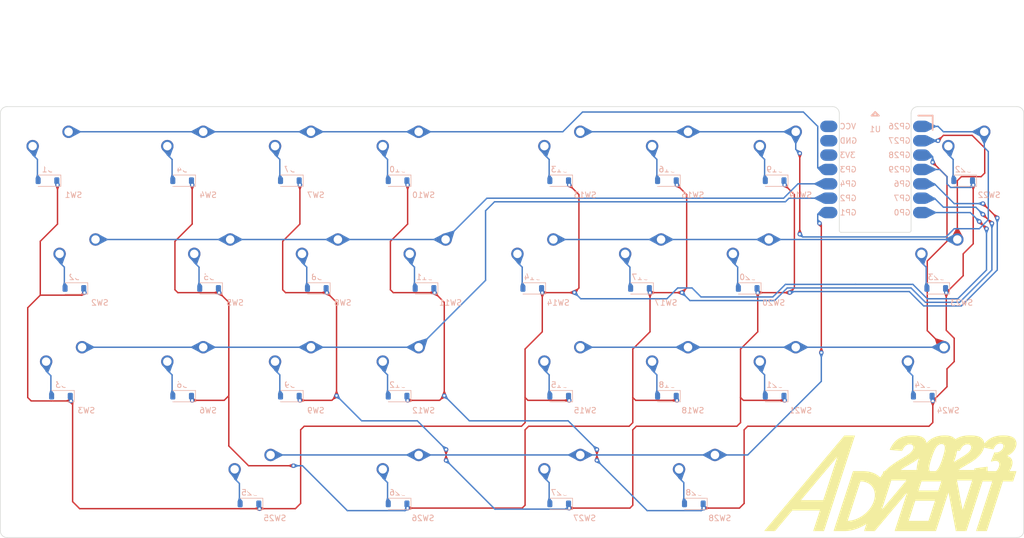
<source format=kicad_pcb>
(kicad_pcb (version 20221018) (generator pcbnew)
  (layers (0 "F.Cu" signal) (31 "B.Cu" signal) (34 "B.Paste" user) (35 "F.Paste" user) (36 "B.SilkS" user "B.Silkscreen") (37 "F.SilkS" user "F.Silkscreen") (38 "B.Mask" user) (39 "F.Mask" user) (44 "Edge.Cuts" user))
  (net 0 "")
  (net 1 "Col1")
  (net 2 "Net-(D1-A)")
  (net 3 "Net-(D2-A)")
  (net 4 "Net-(D3-A)")
  (net 5 "Col2")
  (net 6 "Net-(D4-A)")
  (net 7 "Net-(D5-A)")
  (net 8 "Net-(D6-A)")
  (net 9 "Col3")
  (net 10 "Net-(D7-A)")
  (net 11 "Col4")
  (net 12 "Net-(D8-A)")
  (net 13 "Net-(D9-A)")
  (net 14 "Net-(D10-A)")
  (net 15 "Net-(D11-A)")
  (net 16 "Net-(D12-A)")
  (net 17 "Net-(D13-A)")
  (net 18 "Net-(D14-A)")
  (net 19 "Net-(D15-A)")
  (net 20 "Net-(D16-A)")
  (net 21 "Net-(D17-A)")
  (net 22 "Net-(D18-A)")
  (net 23 "Net-(D19-A)")
  (net 24 "Net-(D20-A)")
  (net 25 "Net-(D21-A)")
  (net 26 "Net-(D22-A)")
  (net 27 "Net-(D23-A)")
  (net 28 "Net-(D24-A)")
  (net 29 "Net-(D25-A)")
  (net 30 "Net-(D26-A)")
  (net 31 "Net-(D27-A)")
  (net 32 "Net-(D28-A)")
  (net 33 "Row1")
  (net 34 "Row2")
  (net 35 "Row3")
  (net 36 "Row4")
  (net 37 "Row5")
  (net 38 "Row6")
  (net 39 "Row7")
  (footprint "SMKJP:SW_Cherry_MX1A_1.00u_PCB" (layer "F.Cu") (at 53.578125 61.9125)
    (fp_text reference "SW6")
    (fp_text value "SW_Push_45deg" hide)
  )
  (footprint "SMKJP:SW_Cherry_MX1A_1.75u_PCB" (layer "F.Cu") (at 184.546875 61.9125)
    (fp_text reference "SW24")
    (fp_text value "SW_Push_45deg" hide)
  )
  (footprint "SMKJP:SW_Cherry_MX1A_1.25u_PCB" (layer "F.Cu") (at 32.146875 61.9125)
    (fp_text reference "SW3")
    (fp_text value "SW_Push_45deg" hide)
  )
  (footprint "SMKJP:SW_Cherry_MX1A_1.00u_PCB" (layer "F.Cu") (at 53.578125 23.8125)
    (fp_text reference "SW4")
    (fp_text value "SW_Push_45deg" hide)
  )
  (footprint "SMKJP:SW_Cherry_MX1A_1.00u_PCB" (layer "F.Cu") (at 29.765625 23.8125)
    (fp_text reference "SW1")
    (fp_text value "SW_Push_45deg" hide)
  )
  (footprint "SMKJP:SW_Cherry_MX1A_1.00u_PCB" (layer "F.Cu") (at 115.490625 42.8625)
    (fp_text reference "SW14")
    (fp_text value "SW_Push_45deg" hide)
  )
  (footprint "SMKJP:SW_Cherry_MX1A_1.00u_PCB" (layer "F.Cu") (at 144.065625 80.9625)
    (fp_text reference "SW28")
    (fp_text value "SW_Push_45deg" hide)
  )
  (footprint "SMKJP:SW_Cherry_MX1A_1.00u_PCB" (layer "F.Cu") (at 96.440625 42.8625)
    (fp_text reference "SW11")
    (fp_text value "SW_Push_45deg" hide)
  )
  (footprint "SMKJP:SW_Cherry_MX1A_1.50u_PCB" (layer "F.Cu") (at 34.528125 42.8625)
    (fp_text reference "SW2")
    (fp_text value "SW_Push_45deg" hide)
  )
  (footprint "SMKJP:SW_Cherry_MX1A_1.00u_PCB" (layer "F.Cu") (at 134.540625 42.8625)
    (fp_text reference "SW17")
    (fp_text value "SW_Push_45deg" hide)
  )
  (footprint "SMKJP:SW_Cherry_MX1A_1.50u_PCB" (layer "F.Cu") (at 120.253125 80.9625)
    (fp_text reference "SW27")
    (fp_text value "SW_Push_45deg" hide)
  )
  (footprint "SMKJP:SW_Cherry_MX1A_1.00u_PCB" (layer "F.Cu") (at 72.628125 61.9125)
    (fp_text reference "SW9")
    (fp_text value "SW_Push_45deg" hide)
  )
  (footprint "SMKJP:SW_Cherry_MX1A_1.50u_PCB" (layer "F.Cu") (at 186.928125 42.8625)
    (fp_text reference "SW23")
    (fp_text value "SW_Push_45deg" hide)
  )
  (footprint "SMKJP:SW_Cherry_MX1A_1.25u_PCB" (layer "F.Cu") (at 65.484375 80.9625)
    (fp_text reference "SW25")
    (fp_text value "SW_Push_45deg" hide)
  )
  (footprint "SMKJP:SW_Cherry_MX1A_1.00u_PCB" (layer "F.Cu") (at 158.353125 23.8125)
    (fp_text reference "SW19")
    (fp_text value "SW_Push_45deg" hide)
  )
  (footprint "SMKJP:SW_Cherry_MX1A_1.00u_PCB" (layer "F.Cu") (at 153.590625 42.8625)
    (fp_text reference "SW20")
    (fp_text value "SW_Push_45deg" hide)
  )
  (footprint "SMKJP:SW_Cherry_MX1A_1.00u_PCB" (layer "F.Cu") (at 139.303125 61.9125)
    (fp_text reference "SW18")
    (fp_text value "SW_Push_45deg" hide)
  )
  (footprint "SMKJP:SW_Cherry_MX1A_1.00u_PCB" (layer "F.Cu") (at 120.253125 61.9125)
    (fp_text reference "SW15")
    (fp_text value "SW_Push_45deg" hide)
  )
  (footprint "SMKJP:SW_Cherry_MX1A_1.50u_PCB" (layer "F.Cu") (at 91.678125 80.9625)
    (fp_text reference "SW26")
    (fp_text value "SW_Push_45deg" hide)
  )
  (footprint "SMKJP:SW_Cherry_MX1A_1.00u_PCB" (layer "F.Cu") (at 158.353125 61.9125)
    (fp_text reference "SW21")
    (fp_text value "SW_Push_45deg" hide)
  )
  (footprint "SMKJP:SW_Cherry_MX1A_1.00u_PCB" (layer "F.Cu") (at 91.678125 61.9125)
    (fp_text reference "SW12")
    (fp_text value "SW_Push_45deg" hide)
  )
  (footprint "SMKJP:SW_Cherry_MX1A_1.00u_PCB" (layer "F.Cu") (at 72.628125 23.8125)
    (fp_text reference "SW7")
    (fp_text value "SW_Push_45deg" hide)
  )
  (footprint "SMKJP:SW_Cherry_MX1A_1.00u_PCB" (layer "F.Cu") (at 191.690625 23.8125)
    (fp_text reference "SW22")
    (fp_text value "SW_Push_45deg" hide)
  )
  (footprint "SMKJP:SW_Cherry_MX1A_1.00u_PCB" (layer "F.Cu") (at 77.390625 42.8625)
    (fp_text reference "SW8")
    (fp_text value "SW_Push_45deg" hide)
  )
  (footprint "SMKJP:SW_Cherry_MX1A_1.00u_PCB" (layer "F.Cu") (at 139.303125 23.8125)
    (fp_text reference "SW16")
    (fp_text value "SW_Push_45deg" hide)
  )
  (footprint "SMKJP:SW_Cherry_MX1A_1.00u_PCB" (layer "F.Cu") (at 58.340625 42.8625)
    (fp_text reference "SW5")
    (fp_text value "SW_Push_45deg" hide)
  )
  (footprint "SMKJP:SW_Cherry_MX1A_1.00u_PCB" (layer "F.Cu") (at 91.678125 23.8125)
    (fp_text reference "SW10")
    (fp_text value "SW_Push_45deg" hide)
  )
  (footprint "SMKJP:SW_Cherry_MX1A_1.00u_PCB" (layer "F.Cu") (at 120.253125 23.8125)
    (fp_text reference "SW13")
    (fp_text value "SW_Push_45deg" hide)
  )
  (footprint "Diode_SMD:D_SOD-123" (layer "B.Cu") (at 57.15 46.434375 180)
    (fp_text reference "D5")
    (fp_text value "D_Small")
  )
  (footprint "Diode_SMD:D_SOD-123" (layer "B.Cu") (at 52.3875 65.484375 180)
    (fp_text reference "D6")
    (fp_text value "D_Small")
  )
  (footprint "Diode_SMD:D_SOD-123" (layer "B.Cu") (at 71.4375 65.484375 180)
    (fp_text reference "D9")
    (fp_text value "D_Small")
  )
  (footprint "Diode_SMD:D_SOD-123" (layer "B.Cu") (at 133.35 46.434375 180)
    (fp_text reference "D17")
    (fp_text value "D_Small")
  )
  (footprint "Diode_SMD:D_SOD-123" (layer "B.Cu") (at 183.35625 65.484375 180)
    (fp_text reference "D24")
    (fp_text value "D_Small")
  )
  (footprint "Diode_SMD:D_SOD-123" (layer "B.Cu") (at 119.0625 65.484375 180)
    (fp_text reference "D15")
    (fp_text value "D_Small")
  )
  (footprint "Diode_SMD:D_SOD-123" (layer "B.Cu") (at 119.0625 84.534375 180)
    (fp_text reference "D27")
    (fp_text value "D_Small")
  )
  (footprint "Diode_SMD:D_SOD-123" (layer "B.Cu") (at 157.1625 27.384375 180)
    (fp_text reference "D19")
    (fp_text value "D_Small")
  )
  (footprint "Diode_SMD:D_SOD-123" (layer "B.Cu") (at 90.4875 27.384375 180)
    (fp_text reference "D10")
    (fp_text value "D_Small")
  )
  (footprint "Diode_SMD:D_SOD-123" (layer "B.Cu") (at 142.875 84.534375 180)
    (fp_text reference "D28")
    (fp_text value "D_Small")
  )
  (footprint "Diode_SMD:D_SOD-123" (layer "B.Cu") (at 152.4 46.434375 180)
    (fp_text reference "D20")
    (fp_text value "D_Small")
  )
  (footprint "Diode_SMD:D_SOD-123" (layer "B.Cu") (at 64.29375 84.534375 180)
    (fp_text reference "D25")
    (fp_text value "D_Small")
  )
  (footprint "Diode_SMD:D_SOD-123" (layer "B.Cu") (at 119.0625 27.384375 180)
    (fp_text reference "D13")
    (fp_text value "D_Small")
  )
  (footprint "Diode_SMD:D_SOD-123" (layer "B.Cu") (at 114.3 46.434375 180)
    (fp_text reference "D14")
    (fp_text value "D_Small")
  )
  (footprint "Diode_SMD:D_SOD-123" (layer "B.Cu") (at 90.4875 65.484375 180)
    (fp_text reference "D12")
    (fp_text value "D_Small")
  )
  (footprint "Diode_SMD:D_SOD-123" (layer "B.Cu") (at 138.1125 65.484375 180)
    (fp_text reference "D18")
    (fp_text value "D_Small")
  )
  (footprint "Diode_SMD:D_SOD-123" (layer "B.Cu") (at 76.2 46.434375 180)
    (fp_text reference "D8")
    (fp_text value "D_Small")
  )
  (footprint "ADeL_kbd:XIAO_RP2040" (layer "B.Cu") (at 174.9425 17.78 180)
    (fp_text reference "U1")
    (fp_text value "XIAO_RP2040")
  )
  (footprint "Diode_SMD:D_SOD-123" (layer "B.Cu") (at 185.7375 46.434375 180)
    (fp_text reference "D23")
    (fp_text value "D_Small")
  )
  (footprint "Diode_SMD:D_SOD-123" (layer "B.Cu") (at 30.95625 65.484375 180)
    (fp_text reference "D3")
    (fp_text value "D_Small")
  )
  (footprint "Diode_SMD:D_SOD-123" (layer "B.Cu") (at 90.4875 84.534375 180)
    (fp_text reference "D26")
    (fp_text value "D_Small")
  )
  (footprint "Diode_SMD:D_SOD-123" (layer "B.Cu") (at 71.4375 27.384375 180)
    (fp_text reference "D7")
    (fp_text value "D_Small")
  )
  (footprint "Diode_SMD:D_SOD-123" (layer "B.Cu") (at 28.575 27.384375 180)
    (fp_text reference "D1")
    (fp_text value "D_Small")
  )
  (footprint "Diode_SMD:D_SOD-123" (layer "B.Cu") (at 33.3375 46.434375 180)
    (fp_text reference "D2")
    (fp_text value "D_Small")
  )
  (footprint "Diode_SMD:D_SOD-123" (layer "B.Cu") (at 52.3875 27.384375 180)
    (fp_text reference "D4")
    (fp_text value "D_Small")
  )
  (footprint "Diode_SMD:D_SOD-123" (layer "B.Cu") (at 138.1125 27.384375 180)
    (fp_text reference "D16")
    (fp_text value "D_Small")
  )
  (footprint "Diode_SMD:D_SOD-123" (layer "B.Cu") (at 190.5 27.384375 180)
    (fp_text reference "D22")
    (fp_text value "D_Small")
  )
  (footprint "Diode_SMD:D_SOD-123" (layer "B.Cu") (at 95.25 46.434375 180)
    (fp_text reference "D11")
    (fp_text value "D_Small")
  )
  (footprint "Diode_SMD:D_SOD-123" (layer "B.Cu") (at 157.1625 65.484375 180)
    (fp_text reference "D21")
    (fp_text value "D_Small")
  )
  (gr_poly (pts (xy 181.630412 72.476361) (xy 181.765216 72.47939) (xy 181.895406 72.484439) (xy 182.020985 72.491506) (xy 182.14195 72.500593) (xy 182.258305 72.511699) (xy 182.370047 72.524825) (xy 182.477178 72.539968) (xy 182.579698 72.557131) (xy 182.677608 72.576312) (xy 182.770907 72.597512) (xy 182.859596 72.62073) (xy 182.943676 72.645967) (xy 183.023145 72.673221) (xy 183.098006 72.702494) (xy 183.168258 72.733785) (xy 183.235438 72.767176) (xy 183.299767 72.802749) (xy 183.361244 72.840505) (xy 183.419869 72.880443) (xy 183.475642 72.922564) (xy 183.528563 72.966869) (xy 183.578633 73.013356) (xy 183.62585 73.062027) (xy 183.670216 73.112882) (xy 183.71173 73.16592) (xy 183.750392 73.221142) (xy 183.786202 73.278548) (xy 183.819161 73.338138) (xy 183.849268 73.399912) (xy 183.876523 73.463871) (xy 183.900927 73.530015) (xy 183.916409 73.575564) (xy 183.930401 73.621597) (xy 183.942907 73.66811) (xy 183.953935 73.715103) (xy 183.963492 73.762572) (xy 183.971585 73.810516) (xy 183.978219 73.858933) (xy 183.983402 73.907822) (xy 184.048072 73.828954) (xy 184.113504 73.752906) (xy 184.179701 73.679682) (xy 184.246667 73.609286) (xy 184.314405 73.541723) (xy 184.38292 73.476997) (xy 184.452215 73.415112) (xy 184.522293 73.356072) (xy 184.659713 73.249429) (xy 184.801367 73.149665) (xy 184.947253 73.056779) (xy 185.097372 72.970773) (xy 185.251724 72.891647) (xy 185.410309 72.8194) (xy 185.573126 72.754033) (xy 185.740176 72.695546) (xy 185.911459 72.643939) (xy 186.086974 72.599213) (xy 186.266722 72.561367) (xy 186.450703 72.530402) (xy 186.638916 72.506317) (xy 186.831362 72.489114) (xy 187.02804 72.478792) (xy 187.228951 72.475351) (xy 187.32517 72.476112) (xy 187.41871 72.478396) (xy 187.509572 72.482202) (xy 187.597755 72.487532) (xy 187.68326 72.494385) (xy 187.766087 72.502761) (xy 187.846235 72.512661) (xy 187.923704 72.524085) (xy 187.998494 72.537034) (xy 188.070605 72.551507) (xy 188.140038 72.567505) (xy 188.206791 72.585028) (xy 188.270866 72.604077) (xy 188.332261 72.624651) (xy 188.390978 72.646752) (xy 188.447014 72.670378) (xy 188.501052 72.694583) (xy 188.553341 72.719737) (xy 188.603882 72.745841) (xy 188.652674 72.772893) (xy 188.699718 72.800893) (xy 188.745012 72.829842) (xy 188.788558 72.859739) (xy 188.830353 72.890583) (xy 188.870399 72.922375) (xy 188.908695 72.955115) (xy 188.94524 72.988801) (xy 188.980035 73.023435) (xy 189.013079 73.059015) (xy 189.044372 73.095541) (xy 189.073914 73.133014) (xy 189.101704 73.171433) (xy 189.102903 73.173148) (xy 189.104076 73.174871) (xy 189.106376 73.178327) (xy 189.108664 73.181785) (xy 189.109823 73.183511) (xy 189.111003 73.18523) (xy 189.203014 73.120217) (xy 189.297458 73.058224) (xy 189.394333 72.99925) (xy 189.493639 72.943293) (xy 189.595373 72.890351) (xy 189.699535 72.840423) (xy 189.806124 72.793506) (xy 189.915138 72.749598) (xy 190.004886 72.716391) (xy 190.097604 72.685327) (xy 190.193294 72.656404) (xy 190.291954 72.629623) (xy 190.393586 72.604984) (xy 190.498188 72.582487) (xy 190.716304 72.54392) (xy 190.946303 72.513922) (xy 191.188184 72.492494) (xy 191.441945 72.479637) (xy 191.707587 72.475351) (xy 191.847004 72.476361) (xy 191.981807 72.47939) (xy 192.111998 72.484439) (xy 192.237576 72.491507) (xy 192.358543 72.500594) (xy 192.474897 72.5117) (xy 192.586639 72.524825) (xy 192.69377 72.539969) (xy 192.796291 72.557131) (xy 192.8942 72.576312) (xy 192.987499 72.597512) (xy 193.076188 72.62073) (xy 193.160267 72.645967) (xy 193.239736 72.673221) (xy 193.314596 72.702494) (xy 193.384847 72.733785) (xy 193.452028 72.767176) (xy 193.516357 72.802749) (xy 193.577834 72.840505) (xy 193.636459 72.880443) (xy 193.692232 72.922565) (xy 193.745154 72.966869) (xy 193.795223 73.013356) (xy 193.84244 73.062027) (xy 193.886806 73.112882) (xy 193.92832 73.16592) (xy 193.966982 73.221142) (xy 194.002792 73.278548) (xy 194.035751 73.338138) (xy 194.065857 73.399913) (xy 194.093113 73.463872) (xy 194.117516 73.530015) (xy 194.136839 73.587616) (xy 194.153811 73.645981) (xy 194.168434 73.705109) (xy 194.180709 73.765) (xy 194.190637 73.825652) (xy 194.198219 73.887063) (xy 194.203457 73.949231) (xy 194.20635 74.012157) (xy 194.26743 73.933707) (xy 194.329876 73.857214) (xy 194.39369 73.782677) (xy 194.458871 73.710098) (xy 194.52542 73.639476) (xy 194.593337 73.570814) (xy 194.662622 73.504111) (xy 194.733276 73.439367) (xy 194.8053 73.376585) (xy 194.878693 73.315764) (xy 194.953456 73.256905) (xy 195.029589 73.200008) (xy 195.107092 73.145076) (xy 195.185967 73.092107) (xy 195.266212 73.041103) (xy 195.347829 72.992064) (xy 195.460798 72.929484) (xy 195.57711 72.870943) (xy 195.696765 72.816442) (xy 195.819763 72.765979) (xy 195.946104 72.719554) (xy 196.075788 72.677168) (xy 196.208816 72.638819) (xy 196.345187 72.604509) (xy 196.484902 72.574235) (xy 196.62796 72.547999) (xy 196.774363 72.5258) (xy 196.924109 72.507638) (xy 197.077199 72.493512) (xy 197.233633 72.483423) (xy 197.393412 72.477369) (xy 197.556534 72.475351) (xy 197.741727 72.477556) (xy 197.918937 72.48417) (xy 198.088164 72.495193) (xy 198.249409 72.510625) (xy 198.402671 72.530466) (xy 198.54795 72.554716) (xy 198.685247 72.583374) (xy 198.814561 72.61644) (xy 198.935891 72.653915) (xy 199.049239 72.695798) (xy 199.154604 72.742089) (xy 199.251986 72.792788) (xy 199.341384 72.847894) (xy 199.38309 72.8771) (xy 199.4228 72.907408) (xy 199.460514 72.938818) (xy 199.496232 72.971329) (xy 199.529955 73.004943) (xy 199.561681 73.039658) (xy 199.620134 73.111323) (xy 199.672577 73.185252) (xy 199.719011 73.261448) (xy 199.759436 73.339908) (xy 199.793851 73.420635) (xy 199.822256 73.503626) (xy 199.844652 73.588884) (xy 199.861038 73.676407) (xy 199.871415 73.766197) (xy 199.875782 73.858252) (xy 199.874139 73.952573) (xy 199.866486 74.049161) (xy 199.852824 74.148015) (xy 199.833152 74.249135) (xy 199.807469 74.352522) (xy 199.775777 74.458176) (xy 199.754479 74.520428) (xy 199.731279 74.581939) (xy 199.706177 74.642709) (xy 199.679173 74.702739) (xy 199.650268 74.762027) (xy 199.61946 74.820574) (xy 199.586752 74.87838) (xy 199.552141 74.935445) (xy 199.51563 74.991768) (xy 199.477217 75.047349) (xy 199.436903 75.102188) (xy 199.394688 75.156286) (xy 199.350572 75.209641) (xy 199.304555 75.262254) (xy 199.256637 75.314124) (xy 199.206818 75.365252) (xy 199.155084 75.415618) (xy 199.101423 75.4652) (xy 199.045834 75.513999) (xy 198.988318 75.562014) (xy 198.928873 75.609247) (xy 198.867501 75.655697) (xy 198.8042 75.701364) (xy 198.738969 75.746249) (xy 198.67181 75.79035) (xy 198.602722 75.833669) (xy 198.531704 75.876205) (xy 198.458756 75.917958) (xy 198.383877 75.958929) (xy 198.307068 75.999118) (xy 198.147658 76.077147) (xy 198.198319 76.091133) (xy 198.247236 76.105404) (xy 198.29441 76.119962) (xy 198.339842 76.134807) (xy 198.383531 76.149938) (xy 198.425478 76.165357) (xy 198.465682 76.181063) (xy 198.504145 76.197058) (xy 198.540867 76.213341) (xy 198.575847 76.229913) (xy 198.609085 76.246773) (xy 198.640583 76.263924) (xy 198.67034 76.281364) (xy 198.698357 76.299094) (xy 198.724633 76.317114) (xy 198.749169 76.335426) (xy 198.786777 76.365686) (xy 198.82264 76.397142) (xy 198.856755 76.429793) (xy 198.889125 76.463639) (xy 198.919747 76.49868) (xy 198.948623 76.534916) (xy 198.975751 76.572347) (xy 199.001131 76.610973) (xy 199.024764 76.650793) (xy 199.046649 76.691808) (xy 199.066786 76.734018) (xy 199.085174 76.777422) (xy 199.101814 76.822021) (xy 199.116705 76.867815) (xy 199.129847 76.914802) (xy 199.141239 76.962984) (xy 199.151591 77.011702) (xy 199.159864 77.061615) (xy 199.166058 77.112724) (xy 199.170174 77.165028) (xy 199.172212 77.218528) (xy 199.172171 77.273222) (xy 199.170053 77.329112) (xy 199.165857 77.386196) (xy 199.159584 77.444476) (xy 199.151233 77.503949) (xy 199.140806 77.564618) (xy 199.128302 77.626481) (xy 199.113721 77.689538) (xy 199.097065 77.753789) (xy 199.078332 77.819234) (xy 199.057523 77.885874) (xy 199.037859 77.944303) (xy 199.016902 78.00253) (xy 198.994658 78.060557) (xy 198.971131 78.118383) (xy 198.946323 78.176009) (xy 198.92024 78.233435) (xy 198.892885 78.290663) (xy 198.864262 78.347691) (xy 198.834375 78.404522) (xy 198.803228 78.461154) (xy 198.73717 78.573829) (xy 198.66612 78.685718) (xy 198.59011 78.796826) (xy 199.855149 78.796826) (xy 199.298902 80.508814) (xy 197.499479 80.508814) (xy 194.644146 89.296805) (xy 192.844102 89.296805) (xy 195.699433 80.508814) (xy 193.900005 80.508814) (xy 191.044677 89.296805) (xy 189.244631 89.296805) (xy 187.919904 82.297542) (xy 185.64578 89.296805) (xy 178.44684 89.296805) (xy 179.003068 87.584973) (xy 180.803089 87.584973) (xy 184.401977 87.584973) (xy 185.588713 83.932579) (xy 181.989823 83.932579) (xy 180.803089 87.584973) (xy 179.003068 87.584973) (xy 180.72112 82.297542) (xy 174.847989 89.296805) (xy 173.047944 89.296805) (xy 173.482181 87.960298) (xy 173.242279 88.117144) (xy 172.998878 88.264837) (xy 172.752382 88.403243) (xy 172.503191 88.532228) (xy 172.251708 88.651661) (xy 171.998335 88.761407) (xy 171.743475 88.861334) (xy 171.487527 88.951307) (xy 171.230896 89.031195) (xy 170.973983 89.100863) (xy 170.71719 89.160179) (xy 170.460919 89.209008) (xy 170.205572 89.247219) (xy 169.951551 89.274678) (xy 169.699257 89.291251) (xy 169.449094 89.296805) (xy 167.64905 89.296805) (xy 168.205271 87.584973) (xy 170.005308 87.584973) (xy 170.192002 87.580368) (xy 170.379209 87.566704) (xy 170.56663 87.544203) (xy 170.753966 87.513088) (xy 170.94092 87.47358) (xy 171.127192 87.425902) (xy 171.312485 87.370276) (xy 171.496501 87.306925) (xy 171.67894 87.236071) (xy 171.859504 87.157936) (xy 172.037896 87.072742) (xy 172.213816 86.980712) (xy 172.55705 86.777033) (xy 172.886818 86.548676) (xy 173.200735 86.297421) (xy 173.496412 86.025046) (xy 173.636665 85.881494) (xy 173.714366 85.796088) (xy 175.98544 85.796088) (xy 178.985548 82.220678) (xy 182.546054 82.220678) (xy 186.144942 82.220678) (xy 186.701173 80.508777) (xy 183.102285 80.508777) (xy 182.546054 82.220678) (xy 178.985548 82.220678) (xy 180.565317 80.337972) (xy 189.348967 80.337972) (xy 190.382082 85.796088) (xy 192.155617 80.337972) (xy 189.348967 80.337972) (xy 180.565317 80.337972) (xy 177.758821 80.337972) (xy 175.98544 85.796088) (xy 173.714366 85.796088) (xy 173.771464 85.733328) (xy 173.900509 85.580772) (xy 174.023503 85.424047) (xy 174.140147 85.263376) (xy 174.250143 85.098982) (xy 174.353192 84.931085) (xy 174.448996 84.759909) (xy 174.537257 84.585676) (xy 174.617677 84.408609) (xy 174.689956 84.228929) (xy 174.753797 84.046859) (xy 174.808272 83.864789) (xy 174.852756 83.685109) (xy 174.887403 83.508042) (xy 174.912365 83.333809) (xy 174.927798 83.162634) (xy 174.933854 82.994737) (xy 174.930688 82.830343) (xy 174.918455 82.669673) (xy 174.897307 82.512949) (xy 174.867398 82.360393) (xy 174.828883 82.212229) (xy 174.781916 82.068677) (xy 174.726649 81.929961) (xy 174.663238 81.796303) (xy 174.591836 81.667926) (xy 174.512596 81.54505) (xy 174.425674 81.427899) (xy 174.331222 81.316696) (xy 174.229395 81.211662) (xy 174.120347 81.113019) (xy 174.004231 81.02099) (xy 173.881201 80.935798) (xy 173.751411 80.857664) (xy 173.615016 80.786811) (xy 173.472168 80.723462) (xy 173.323022 80.667837) (xy 173.167732 80.620161) (xy 173.006452 80.580654) (xy 172.839335 80.54954) (xy 172.666536 80.527041) (xy 172.488208 80.513379) (xy 172.304505 80.508776) (xy 170.005308 87.584973) (xy 168.205271 87.584973) (xy 171.060779 78.796826) (xy 172.86067 78.796826) (xy 173.088126 78.80204) (xy 173.311372 78.816646) (xy 173.530153 78.840544) (xy 173.744216 78.873636) (xy 173.953306 78.915825) (xy 174.157171 78.967013) (xy 174.355556 79.027101) (xy 174.548208 79.095992) (xy 174.734873 79.173588) (xy 174.915298 79.259791) (xy 175.089228 79.354502) (xy 175.256409 79.457624) (xy 175.416589 79.569058) (xy 175.569514 79.688708) (xy 175.714929 79.816474) (xy 175.852581 79.952259) (xy 175.903811 79.859943) (xy 175.957029 79.768185) (xy 176.01225 79.676992) (xy 176.069488 79.586369) (xy 176.128759 79.496319) (xy 176.190075 79.406849) (xy 176.253453 79.317964) (xy 176.318907 79.229668) (xy 176.459674 78.796826) (xy 176.677025 78.796826) (xy 176.734609 78.733434) (xy 176.793129 78.670304) (xy 176.85278 78.607492) (xy 176.872572 78.587227) (xy 179.320431 78.587227) (xy 182.319008 78.587227) (xy 182.319394 78.528656) (xy 182.320747 78.468748) (xy 182.323066 78.407499) (xy 182.32635 78.344908) (xy 182.328294 78.315618) (xy 184.448113 78.315618) (xy 184.451767 78.394452) (xy 184.459811 78.465993) (xy 184.464262 78.491228) (xy 184.469175 78.515853) (xy 184.474548 78.539868) (xy 184.480381 78.563275) (xy 184.486674 78.586072) (xy 184.493427 78.608262) (xy 184.500639 78.629844) (xy 184.50831 78.650819) (xy 184.51644 78.671187) (xy 184.525027 78.69095) (xy 184.534073 78.710107) (xy 184.543577 78.728659) (xy 184.553537 78.746606) (xy 184.563955 78.763949) (xy 184.574829 78.780689) (xy 184.58616 78.796826) (xy 185.653537 78.796826) (xy 185.660741 78.79192) (xy 185.667952 78.787103) (xy 185.675162 78.782225) (xy 185.678766 78.779716) (xy 185.682367 78.777137) (xy 185.721933 78.747103) (xy 185.761142 78.71501) (xy 185.799991 78.680858) (xy 185.838482 78.644646) (xy 185.876613 78.606374) (xy 185.894547 78.587226) (xy 189.536975 78.587226) (xy 192.539273 78.587226) (xy 192.536803 78.516669) (xy 192.535711 78.444823) (xy 192.536025 78.371663) (xy 192.537774 78.297166) (xy 194.776554 78.012378) (xy 194.768796 78.076373) (xy 194.762394 78.138353) (xy 194.757347 78.198322) (xy 194.75365 78.256285) (xy 194.751301 78.312245) (xy 194.750296 78.366207) (xy 194.750631 78.418175) (xy 194.752305 78.468153) (xy 194.755312 78.516144) (xy 194.75965 78.562154) (xy 194.765317 78.606186) (xy 194.772307 78.648245) (xy 194.780619 78.688334) (xy 194.790249 78.726458) (xy 194.801194 78.76262) (xy 194.81345 78.796826) (xy 196.349787 78.796826) (xy 196.392622 78.757697) (xy 196.43399 78.71717) (xy 196.47389 78.675243) (xy 196.512319 78.631914) (xy 196.549274 78.587181) (xy 196.584753 78.541042) (xy 196.618754 78.493494) (xy 196.651274 78.444536) (xy 196.68231 78.394165) (xy 196.71186 78.342379) (xy 196.739922 78.289176) (xy 196.766493 78.234555) (xy 196.79157 78.178512) (xy 196.815152 78.121046) (xy 196.837235 78.062154) (xy 196.857818 78.001836) (xy 196.878264 77.935548) (xy 196.89591 77.871157) (xy 196.910754 77.808662) (xy 196.922797 77.748063) (xy 196.93204 77.689361) (xy 196.938483 77.632554) (xy 196.942126 77.577643) (xy 196.94297 77.524627) (xy 196.941014 77.473507) (xy 196.936259 77.424281) (xy 196.928706 77.37695) (xy 196.918354 77.331513) (xy 196.905204 77.287971) (xy 196.889257 77.246323) (xy 196.870511 77.206569) (xy 196.848969 77.168708) (xy 196.825529 77.132947) (xy 196.799774 77.099493) (xy 196.771705 77.068346) (xy 196.741322 77.039506) (xy 196.708624 77.012972) (xy 196.673612 76.988746) (xy 196.636284 76.966827) (xy 196.596642 76.947214) (xy 196.554684 76.929909) (xy 196.510411 76.914911) (xy 196.463823 76.90222) (xy 196.414919 76.891837) (xy 196.363699 76.883761) (xy 196.310163 76.877992) (xy 196.254311 76.874531) (xy 196.196143 76.873377) (xy 196.129255 76.875352) (xy 196.055153 76.881278) (xy 195.973835 76.891157) (xy 195.885301 76.904989) (xy 195.789549 76.922776) (xy 195.686579 76.94452) (xy 195.576389 76.970221) (xy 195.458979 76.999881) (xy 196.068244 75.465401) (xy 196.109828 75.47158) (xy 196.149212 75.476935) (xy 196.186395 75.481464) (xy 196.221375 75.48517) (xy 196.25415 75.488052) (xy 196.28472 75.49011) (xy 196.313082 75.491345) (xy 196.339236 75.491756) (xy 196.391756 75.490705) (xy 196.443847 75.487553) (xy 196.495509 75.482298) (xy 196.546742 75.474942) (xy 196.597546 75.465485) (xy 196.64792 75.453926) (xy 196.697866 75.440266) (xy 196.747381 75.424504) (xy 196.796467 75.406642) (xy 196.845123 75.386678) (xy 196.893349 75.364614) (xy 196.941145 75.340448) (xy 196.988511 75.314182) (xy 197.035447 75.285815) (xy 197.081952 75.255348) (xy 197.128026 75.22278) (xy 197.17356 75.18877) (xy 197.217122 75.153978) (xy 197.258713 75.118402) (xy 197.298334 75.082043) (xy 197.335984 75.044901) (xy 197.371664 75.006976) (xy 197.405373 74.968269) (xy 197.437111 74.928778) (xy 197.46688 74.888505) (xy 197.494677 74.847449) (xy 197.520505 74.805611) (xy 197.544362 74.76299) (xy 197.566249 74.719586) (xy 197.586166 74.6754) (xy 197.604113 74.630431) (xy 197.62009 74.58468) (xy 197.633435 74.541072) (xy 197.644771 74.498579) (xy 197.654097 74.4572) (xy 197.661414 74.416935) (xy 197.666722 74.377784) (xy 197.670021 74.339746) (xy 197.67131 74.302821) (xy 197.67059 74.267008) (xy 197.667861 74.232308) (xy 197.663122 74.19872) (xy 197.656374 74.166244) (xy 197.647617 74.134879) (xy 197.63685 74.104625) (xy 197.624073 74.075482) (xy 197.609287 74.04745) (xy 197.592492 74.020528) (xy 197.573805 73.994984) (xy 197.553346 73.971087) (xy 197.531114 73.948837) (xy 197.507111 73.928234) (xy 197.481335 73.909278) (xy 197.453788 73.89197) (xy 197.424468 73.876309) (xy 197.393378 73.862296) (xy 197.360516 73.849931) (xy 197.325882 73.839214) (xy 197.289478 73.830146) (xy 197.251303 73.822726) (xy 197.211356 73.816954) (xy 197.16964 73.812832) (xy 197.126153 73.810358) (xy 197.080895 73.809533) (xy 197.080854 73.809533) (xy 197.033655 73.81044) (xy 196.98698 73.813161) (xy 196.940828 73.817695) (xy 196.895201 73.824043) (xy 196.850096 73.832204) (xy 196.805516 73.842178) (xy 196.761459 73.853965) (xy 196.717925 73.867565) (xy 196.674915 73.882978) (xy 196.632428 73.900203) (xy 196.590464 73.919241) (xy 196.549023 73.940091) (xy 196.508106 73.962753) (xy 196.467711 73.987228) (xy 196.42784 74.013514) (xy 196.388491 74.041612) (xy 196.349774 74.071316) (xy 196.311367 74.103737) (xy 196.273272 74.138877) (xy 196.235488 74.176734) (xy 196.198015 74.217311) (xy 196.160853 74.260605) (xy 196.124002 74.306619) (xy 196.087463 74.355351) (xy 196.051234 74.406803) (xy 196.015318 74.460974) (xy 195.979712 74.517864) (xy 195.944418 74.577474) (xy 195.909436 74.639804) (xy 195.874765 74.704854) (xy 195.840405 74.772623) (xy 195.806357 74.843114) (xy 194.148475 74.527629) (xy 194.136217 74.576936) (xy 194.122852 74.626624) (xy 194.108307 74.676695) (xy 194.100569 74.701875) (xy 194.092509 74.727152) (xy 194.062262 74.815234) (xy 194.028919 74.902823) (xy 193.992482 74.989916) (xy 193.952949 75.076516) (xy 193.910322 75.162621) (xy 193.864599 75.248231) (xy 193.815783 75.333348) (xy 193.763872 75.41797) (xy 193.708867 75.502097) (xy 193.650768 75.58573) (xy 193.589576 75.668869) (xy 193.52529 75.751513) (xy 193.45791 75.833663) (xy 193.387438 75.915319) (xy 193.313872 75.99648) (xy 193.237214 76.077147) (xy 193.15685 76.158061) (xy 193.070849 76.239963) (xy 192.881934 76.406731) (xy 192.670472 76.577453) (xy 192.436464 76.75213) (xy 192.179913 76.930761) (xy 191.900818 77.113349) (xy 191.599184 77.299893) (xy 191.27501 77.490394) (xy 190.910052 77.697709) (xy 190.609433 77.871409) (xy 190.37313 78.011492) (xy 190.279091 78.068925) (xy 190.201121 78.117952) (xy 190.056674 78.214512) (xy 189.897819 78.324904) (xy 189.724578 78.449138) (xy 189.536975 78.587226) (xy 185.894547 78.587226) (xy 185.914385 78.566043) (xy 185.951797 78.523652) (xy 185.988848 78.479201) (xy 186.025539 78.43269) (xy 186.061869 78.384119) (xy 186.097838 78.333488) (xy 186.133445 78.280797) (xy 186.16869 78.226046) (xy 186.203573 78.169234) (xy 186.238093 78.110362) (xy 186.27225 78.049429) (xy 186.342514 77.916849) (xy 186.414767 77.766962) (xy 186.489012 77.599767) (xy 186.565251 77.415268) (xy 186.618527 77.277848) (xy 188.74094 77.277848) (xy 189.005272 77.103721) (xy 189.28407 76.925554) (xy 189.577487 76.743313) (xy 189.885676 76.556962) (xy 190.166289 76.386895) (xy 190.422216 76.227377) (xy 190.653455 76.078407) (xy 190.86001 75.939984) (xy 191.041878 75.812108) (xy 191.123556 75.752125) (xy 191.199063 75.694779) (xy 191.268398 75.640069) (xy 191.331563 75.587995) (xy 191.388556 75.538557) (xy 191.439379 75.491756) (xy 191.486038 75.446417) (xy 191.530542 75.401366) (xy 191.57289 75.356604) (xy 191.613084 75.312131) (xy 191.651122 75.267946) (xy 191.687006 75.22405) (xy 191.720736 75.180442) (xy 191.752311 75.137122) (xy 191.781733 75.094091) (xy 191.809002 75.051348) (xy 191.834118 75.008894) (xy 191.857081 74.966727) (xy 191.877891 74.92485) (xy 191.896549 74.88326) (xy 191.913055 74.841959) (xy 191.92741 74.800945) (xy 191.940598 74.757192) (xy 191.95146 74.714262) (xy 191.959997 74.672155) (xy 191.966209 74.630872) (xy 191.970094 74.590413) (xy 191.971652 74.550777) (xy 191.970884 74.511965) (xy 191.967788 74.473976) (xy 191.962365 74.436812) (xy 191.954614 74.400472) (xy 191.944534 74.364956) (xy 191.932126 74.330264) (xy 191.917389 74.296397) (xy 191.900322 74.263354) (xy 191.880925 74.231135) (xy 191.859199 74.199742) (xy 191.836322 74.16909) (xy 191.811729 74.140414) (xy 191.785421 74.113715) (xy 191.757399 74.088994) (xy 191.727661 74.066249) (xy 191.696209 74.045482) (xy 191.663043 74.026692) (xy 191.628162 74.009879) (xy 191.591568 73.995044) (xy 191.553261 73.982187) (xy 191.51324 73.971307) (xy 191.471507 73.962405) (xy 191.428061 73.955481) (xy 191.382902 73.950536) (xy 191.336032 73.947568) (xy 191.28745 73.946579) (xy 191.287452 73.946578) (xy 191.236285 73.947588) (xy 191.185618 73.950617) (xy 191.13545 73.955666) (xy 191.085781 73.962734) (xy 191.036611 73.971821) (xy 190.987939 73.982927) (xy 190.939766 73.996052) (xy 190.89209 74.011196) (xy 190.844913 74.028358) (xy 190.798233 74.047539) (xy 190.75205 74.068739) (xy 190.706364 74.091957) (xy 190.661174 74.117194) (xy 190.616481 74.144449) (xy 190.572284 74.173721) (xy 190.528583 74.205012) (xy 190.485945 74.238857) (xy 190.443623 74.275793) (xy 190.401615 74.31582) (xy 190.359922 74.358937) (xy 190.318543 74.405145) (xy 190.277479 74.454443) (xy 190.236729 74.506831) (xy 190.196294 74.562309) (xy 190.156173 74.620877) (xy 190.116367 74.682535) (xy 190.076875 74.747282) (xy 190.037697 74.815119) (xy 189.998833 74.886046) (xy 189.960283 74.960061) (xy 189.922047 75.037166) (xy 189.884125 75.11736) (xy 189.37346 75.074881) (xy 189.347841 75.237987) (xy 189.318186 75.402342) (xy 189.284491 75.567945) (xy 189.246748 75.734796) (xy 189.204952 75.902893) (xy 189.159097 76.072234) (xy 189.109176 76.242819) (xy 189.055183 76.414645) (xy 188.97969 76.640498) (xy 188.902159 76.859639) (xy 188.822579 77.072083) (xy 188.74094 77.277848) (xy 186.618527 77.277848) (xy 186.643487 77.213466) (xy 186.723722 76.994362) (xy 186.805958 76.757957) (xy 186.890199 76.504253) (xy 187.006022 76.135114) (xy 187.05699 75.96241) (xy 187.103328 75.797617) (xy 187.145036 75.640734) (xy 187.182114 75.491762) (xy 187.214563 75.3507) (xy 187.242381 75.217548) (xy 187.265569 75.092306) (xy 187.284128 74.974974) (xy 187.298055 74.865552) (xy 187.307353 74.764041) (xy 187.31202 74.670439) (xy 187.312056 74.584747) (xy 187.307461 74.506964) (xy 187.298236 74.437092) (xy 187.285862 74.372595) (xy 187.270077 74.312257) (xy 187.260905 74.283648) (xy 187.250879 74.25608) (xy 187.240001 74.229551) (xy 187.22827 74.204062) (xy 187.215686 74.179614) (xy 187.202249 74.156205) (xy 187.18796 74.133837) (xy 187.172817 74.112508) (xy 187.156821 74.09222) (xy 187.139972 74.072972) (xy 187.12227 74.054765) (xy 187.103716 74.037597) (xy 187.084308 74.02147) (xy 187.064047 74.006383) (xy 187.042933 73.992337) (xy 187.020967 73.979331) (xy 186.998147 73.967365) (xy 186.974474 73.956439) (xy 186.949949 73.946554) (xy 186.92457 73.93771) (xy 186.898338 73.929906) (xy 186.871253 73.923142) (xy 186.843316 73.917419) (xy 186.814525 73.912736) (xy 186.784881 73.909094) (xy 186.754384 73.906492) (xy 186.690832 73.904411) (xy 186.690836 73.904411) (xy 186.624723 73.906533) (xy 186.559537 73.9129) (xy 186.495278 73.923512) (xy 186.431947 73.938368) (xy 186.369544 73.957468) (xy 186.308068 73.980812) (xy 186.247521 74.0084) (xy 186.187902 74.040231) (xy 186.129211 74.076306) (xy 186.071448 74.116625) (xy 186.014615 74.161186) (xy 185.95871 74.20999) (xy 185.903734 74.263037) (xy 185.849687 74.320327) (xy 185.79657 74.381859) (xy 185.744382 74.447633) (xy 185.692629 74.518475) (xy 185.640389 74.596526) (xy 185.534447 74.774258) (xy 185.426555 74.980829) (xy 185.316711 75.21624) (xy 185.204912 75.48049) (xy 185.091157 75.773578) (xy 184.975444 76.095505) (xy 184.85777 76.446271) (xy 184.7466 76.800827) (xy 184.697595 76.967166) (xy 184.652976 77.126214) (xy 184.612744 77.277969) (xy 184.576899 77.422432) (xy 184.545441 77.559603) (xy 184.518371 77.689481) (xy 184.495689 77.812068) (xy 184.477396 77.927362) (xy 184.463491 78.035364) (xy 184.453976 78.136074) (xy 184.44885 78.229492) (xy 184.448113 78.315618) (xy 182.328294 78.315618) (xy 182.330595 78.280971) (xy 182.3358 78.215685) (xy 182.341963 78.149047) (xy 182.349083 78.081056) (xy 182.37441 77.892777) (xy 182.40606 77.699718) (xy 182.444035 77.501879) (xy 182.488339 77.29926) (xy 182.538976 77.091863) (xy 182.595947 76.879687) (xy 182.659255 76.662732) (xy 182.728905 76.441) (xy 182.749451 76.378253) (xy 182.770142 76.316051) (xy 182.608918 76.45359) (xy 182.432631 76.593774) (xy 182.241281 76.7366) (xy 182.034864 76.88207) (xy 181.813378 77.030183) (xy 181.576819 77.180942) (xy 181.325182 77.334345) (xy 181.058466 77.490394) (xy 180.693508 77.697709) (xy 180.392889 77.87141) (xy 180.156587 78.011493) (xy 180.062548 78.068926) (xy 179.984578 78.117953) (xy 179.840131 78.214513) (xy 179.681275 78.324904) (xy 179.508034 78.449138) (xy 179.320431 78.587227) (xy 176.872572 78.587227) (xy 176.913755 78.545058) (xy 177.140209 78.329424) (xy 177.400366 78.104395) (xy 177.694227 77.869973) (xy 178.021792 77.626156) (xy 178.383061 77.372947) (xy 178.778034 77.110345) (xy 179.206711 76.83835) (xy 179.669092 76.556962) (xy 179.949705 76.386895) (xy 180.205632 76.227377) (xy 180.436872 76.078407) (xy 180.643426 75.939984) (xy 180.825294 75.812109) (xy 180.906972 75.752126) (xy 180.982478 75.694779) (xy 181.051814 75.640069) (xy 181.114978 75.587995) (xy 181.171972 75.538558) (xy 181.222794 75.491756) (xy 181.269455 75.446417) (xy 181.313964 75.401367) (xy 181.35632 75.356605) (xy 181.396523 75.312131) (xy 181.434573 75.267946) (xy 181.47047 75.22405) (xy 181.504213 75.180442) (xy 181.535804 75.137122) (xy 181.56524 75.094091) (xy 181.592523 75.051348) (xy 181.617652 75.008894) (xy 181.640626 74.966728) (xy 181.661447 74.92485) (xy 181.680113 74.88326) (xy 181.696624 74.841959) (xy 181.710981 74.800946) (xy 181.724167 74.757192) (xy 181.735024 74.714262) (xy 181.743554 74.672156) (xy 181.749755 74.630873) (xy 181.753629 74.590413) (xy 181.755174 74.550777) (xy 181.754392 74.511965) (xy 181.751282 74.473977) (xy 181.745844 74.436813) (xy 181.738079 74.400472) (xy 181.727987 74.364956) (xy 181.715566 74.330264) (xy 181.700819 74.296397) (xy 181.683744 74.263354) (xy 181.664343 74.231136) (xy 181.642614 74.199742) (xy 181.619737 74.16909) (xy 181.595144 74.140414) (xy 181.568836 74.113716) (xy 181.540813 74.088994) (xy 181.511076 74.066249) (xy 181.479624 74.045482) (xy 181.446457 74.026692) (xy 181.411577 74.009879) (xy 181.374984 73.995044) (xy 181.336676 73.982187) (xy 181.296656 73.971307) (xy 181.254923 73.962405) (xy 181.211477 73.955482) (xy 181.166318 73.950536) (xy 181.119447 73.947568) (xy 181.070865 73.946579) (xy 181.019699 73.947589) (xy 180.969032 73.950618) (xy 180.918864 73.955667) (xy 180.869196 73.962735) (xy 180.820026 73.971822) (xy 180.771355 73.982928) (xy 180.723181 73.996053) (xy 180.675506 74.011197) (xy 180.628328 74.028359) (xy 180.581648 74.04754) (xy 180.535465 74.06874) (xy 180.489778 74.091958) (xy 180.444588 74.117195) (xy 180.399895 74.144449) (xy 180.355697 74.173722) (xy 180.311996 74.205013) (xy 180.269359 74.238858) (xy 180.227036 74.275794) (xy 180.185028 74.315821) (xy 180.143335 74.358938) (xy 180.101957 74.405146) (xy 180.060893 74.454444) (xy 180.020143 74.506832) (xy 179.979708 74.56231) (xy 179.939587 74.620878) (xy 179.89978 74.682536) (xy 179.860288 74.747283) (xy 179.82111 74.81512) (xy 179.782246 74.886047) (xy 179.743697 74.960062) (xy 179.705461 75.037167) (xy 179.66754 75.117361) (xy 177.572475 74.943262) (xy 177.625448 74.83145) (xy 177.679052 74.722769) (xy 177.733284 74.617219) (xy 177.788146 74.514801) (xy 177.843638 74.415515) (xy 177.89976 74.31936) (xy 177.956513 74.226336) (xy 178.013896 74.136444) (xy 178.071909 74.049682) (xy 178.130553 73.966052) (xy 178.189828 73.885552) (xy 178.249734 73.808184) (xy 178.310272 73.733946) (xy 178.371441 73.662838) (xy 178.433241 73.594862) (xy 178.495674 73.530015) (xy 178.559401 73.467023) (xy 178.624656 73.405927) (xy 178.691438 73.346727) (xy 178.759748 73.289423) (xy 178.829586 73.234014) (xy 178.900951 73.180502) (xy 178.973842 73.128884) (xy 179.048261 73.079162) (xy 179.124206 73.031335) (xy 179.201677 72.985403) (xy 179.280674 72.941366) (xy 179.361198 72.899223) (xy 179.443247 72.858976) (xy 179.526821 72.820622) (xy 179.611921 72.784163) (xy 179.698546 72.749598) (xy 179.788294 72.716391) (xy 179.881012 72.685327) (xy 179.976701 72.656404) (xy 180.075362 72.629623) (xy 180.176993 72.604984) (xy 180.281596 72.582487) (xy 180.499713 72.54392) (xy 180.729712 72.513922) (xy 180.971593 72.492494) (xy 181.225354 72.479637) (xy 181.490996 72.475351)) (stroke (width 0.104999)) (fill solid) (layer "F.SilkS"))
  (gr_poly (pts (xy 165.849081 89.296875) (xy 164.04908 89.296875) (xy 165.235815 85.644482) (xy 160.275578 85.644482) (xy 157.210856 89.296875) (xy 155.410856 89.296875) (xy 159.912035 83.932579) (xy 161.712034 83.932579) (xy 165.792044 83.932579) (xy 168.370277 75.997595) (xy 161.712034 83.932579) (xy 159.912035 83.932579) (xy 169.507732 72.496875) (xy 171.307732 72.496875)) (stroke (width 0.104999)) (fill solid) (layer "F.SilkS"))
  (gr_arc (start 168.91 36.5125) (mid 168.685494 36.419506) (end 168.5925 36.195) (stroke (width 0.1)) (layer "Edge.Cuts"))
  (gr_line (start 168.5925 15.478125) (end 168.5925 36.195) (stroke (width 0.1)) (layer "Edge.Cuts"))
  (gr_line (start 182.483125 14.2875) (end 200.025 14.2875) (stroke (width 0.1)) (layer "Edge.Cuts"))
  (gr_line (start 21.43125 14.2875) (end 167.401875 14.2875) (stroke (width 0.1)) (layer "Edge.Cuts"))
  (gr_arc (start 167.401875 14.2875) (mid 168.243774 14.636226) (end 168.5925 15.478125) (stroke (width 0.1)) (layer "Edge.Cuts"))
  (gr_arc (start 21.43125 90.4875) (mid 20.589351 90.138774) (end 20.240625 89.296875) (stroke (width 0.1)) (layer "Edge.Cuts"))
  (gr_arc (start 20.240625 15.478125) (mid 20.589351 14.636226) (end 21.43125 14.2875) (stroke (width 0.1)) (layer "Edge.Cuts"))
  (gr_line (start 201.215625 15.478125) (end 201.215625 89.296875) (stroke (width 0.1)) (layer "Edge.Cuts"))
  (gr_arc (start 201.215625 89.296875) (mid 200.866899 90.138774) (end 200.025 90.4875) (stroke (width 0.1)) (layer "Edge.Cuts"))
  (gr_line (start 168.91 36.5125) (end 180.975 36.5125) (stroke (width 0.1)) (layer "Edge.Cuts"))
  (gr_line (start 181.2925 36.195) (end 181.2925 15.478125) (stroke (width 0.1)) (layer "Edge.Cuts"))
  (gr_line (start 20.240625 89.296875) (end 20.240625 15.478125) (stroke (width 0.1)) (layer "Edge.Cuts"))
  (gr_arc (start 181.2925 36.195) (mid 181.199506 36.419506) (end 180.975 36.5125) (stroke (width 0.1)) (layer "Edge.Cuts"))
  (gr_line (start 200.025 90.4875) (end 21.43125 90.4875) (stroke (width 0.1)) (layer "Edge.Cuts"))
  (gr_arc (start 181.2925 15.478125) (mid 181.641226 14.636226) (end 182.483125 14.2875) (stroke (width 0.1)) (layer "Edge.Cuts"))
  (gr_arc (start 200.025 14.2875) (mid 200.866899 14.636226) (end 201.215625 15.478125) (stroke (width 0.1)) (layer "Edge.Cuts"))
  (segment (start 72.41875 85.37875) (end 66.06875 85.37875) (width 0.25) (layer "F.Cu") (net 1))
  (segment (start 121.76125 47.14875) (end 121.76125 47.14875) (width 0.25) (layer "F.Cu") (net 1))
  (segment (start 113.03 57.15) (end 113.03 65.7225) (width 0.25) (layer "F.Cu") (net 1))
  (segment (start 121.76125 47.14875) (end 121.7325 47.1775) (width 0.25) (layer "F.Cu") (net 1))
  (segment (start 25.0825 49.8475) (end 25.0825 65.7225) (width 0.25) (layer "F.Cu") (net 1))
  (segment (start 113.535 66.2275) (end 113.03 65.7225) (width 0.25) (layer "F.Cu") (net 1))
  (segment (start 113.03 65.7225) (end 113.03 70.1675) (width 0.25) (layer "F.Cu") (net 1))
  (segment (start 27.305 38.1) (end 27.305 47.625) (width 0.25) (layer "F.Cu") (net 1))
  (segment (start 194.6275 35.8775) (end 193.3575 34.6075) (width 0.25) (layer "F.Cu") (net 1))
  (segment (start 120.8375 66.2275) (end 113.535 66.2275) (width 0.25) (layer "F.Cu") (net 1))
  (segment (start 73.9775 70.8025) (end 73.3425 71.4375) (width 0.25) (layer "F.Cu") (net 1))
  (segment (start 120.8375 28.1275) (end 122.555 29.845) (width 0.25) (layer "F.Cu") (net 1))
  (segment (start 30.35 28.1275) (end 30.35 35.055) (width 0.25) (layer "F.Cu") (net 1))
  (segment (start 33.02 66.6175) (end 33.02 84.1375) (width 0.25) (layer "F.Cu") (net 1))
  (segment (start 25.0825 65.7225) (end 25.68875 66.32875) (width 0.25) (layer "F.Cu") (net 1))
  (segment (start 112.395 70.8025) (end 73.9775 70.8025) (width 0.25) (layer "F.Cu") (net 1))
  (segment (start 32.73125 66.32875) (end 33.02 66.6175) (width 0.25) (layer "F.Cu") (net 1))
  (segment (start 35.1125 47.1775) (end 34.665 47.625) (width 0.25) (layer "F.Cu") (net 1))
  (segment (start 121.7325 47.1775) (end 116.075 47.1775) (width 0.25) (layer "F.Cu") (net 1))
  (segment (start 116.075 47.1775) (end 116.075 54.105) (width 0.25) (layer "F.Cu") (net 1))
  (segment (start 34.26125 85.37875) (end 66.06875 85.37875) (width 0.25) (layer "F.Cu") (net 1))
  (segment (start 34.665 47.625) (end 27.305 47.625) (width 0.25) (layer "F.Cu") (net 1))
  (segment (start 116.075 54.105) (end 113.03 57.15) (width 0.25) (layer "F.Cu") (net 1))
  (segment (start 73.3425 71.4375) (end 73.3425 84.455) (width 0.25) (layer "F.Cu") (net 1))
  (segment (start 122.555 29.845) (end 122.555 46.355) (width 0.25) (layer "F.Cu") (net 1))
  (segment (start 113.03 70.1675) (end 112.395 70.8025) (width 0.25) (layer "F.Cu") (net 1))
  (segment (start 33.02 84.1375) (end 34.26125 85.37875) (width 0.25) (layer "F.Cu") (net 1))
  (segment (start 27.305 47.625) (end 25.0825 49.8475) (width 0.25) (layer "F.Cu") (net 1))
  (segment (start 73.3425 84.455) (end 72.41875 85.37875) (width 0.25) (layer "F.Cu") (net 1))
  (segment (start 25.68875 66.32875) (end 32.73125 66.32875) (width 0.25) (layer "F.Cu") (net 1))
  (segment (start 121.76125 47.14875) (end 121.76125 47.14875) (width 0.25) (layer "F.Cu") (net 1))
  (segment (start 122.555 46.355) (end 121.76125 47.14875) (width 0.25) (layer "F.Cu") (net 1))
  (segment (start 30.35 35.055) (end 27.305 38.1) (width 0.25) (layer "F.Cu") (net 1))
  (via (at 30.35 28.1275) (size 0.8) (drill 0.4) (layers "F.Cu" "B.Cu") (net 1))
  (via (at 116.075 47.1775) (size 0.8) (drill 0.4) (layers "F.Cu" "B.Cu") (net 1))
  (via (at 35.1125 47.1775) (size 0.8) (drill 0.4) (layers "F.Cu" "B.Cu") (net 1))
  (via (at 120.8375 66.2275) (size 0.8) (drill 0.4) (layers "F.Cu" "B.Cu") (net 1))
  (via (at 32.73125 66.32875) (size 0.8) (drill 0.4) (layers "F.Cu" "B.Cu") (net 1))
  (via (at 194.6275 35.8775) (size 0.8) (drill 0.4) (layers "F.Cu" "B.Cu") (net 1))
  (via (at 121.76125 47.14875) (size 0.8) (drill 0.4) (layers "F.Cu" "B.Cu") (net 1))
  (via (at 193.3575 34.6075) (size 0.8) (drill 0.4) (layers "F.Cu" "B.Cu") (net 1))
  (via (at 66.06875 85.37875) (size 0.8) (drill 0.4) (layers "F.Cu" "B.Cu") (net 1))
  (via (at 120.8375 28.1275) (size 0.8) (drill 0.4) (layers "F.Cu" "B.Cu") (net 1))
  (segment (start 121.76125 47.14875) (end 122.8725 48.26) (width 0.25) (layer "B.Cu") (net 1))
  (segment (start 182.5625 33.02) (end 191.77 33.02) (width 0.25) (layer "B.Cu") (net 1))
  (segment (start 142.5575 46.355) (end 143.51 47.3075) (width 0.25) (layer "B.Cu") (net 1))
  (segment (start 116.075 46.434375) (end 116.075 47.1775) (width 0.25) (layer "B.Cu") (net 1))
  (segment (start 156.845 47.9425) (end 159.0675 45.72) (width 0.25) (layer "B.Cu") (net 1))
  (segment (start 144.145 47.9425) (end 156.845 47.9425) (width 0.25) (layer "B.Cu") (net 1))
  (segment (start 171.45 45.72) (end 181.61 45.72) (width 0.25) (layer "B.Cu") (net 1))
  (segment (start 191.77 33.02) (end 193.3575 34.6075) (width 0.25) (layer "B.Cu") (net 1))
  (segment (start 189.5475 48.26) (end 194.6275 43.18) (width 0.25) (layer "B.Cu") (net 1))
  (segment (start 181.61 45.72) (end 184.15 48.26) (width 0.25) (layer "B.Cu") (net 1))
  (segment (start 30.35 27.384375) (end 30.35 28.1275) (width 0.25) (layer "B.Cu") (net 1))
  (segment (start 120.8375 65.484375) (end 120.8375 66.2275) (width 0.25) (layer "B.Cu") (net 1))
  (segment (start 35.1125 46.434375) (end 35.1125 47.1775) (width 0.25) (layer "B.Cu") (net 1))
  (segment (start 66.06875 84.534375) (end 66.06875 85.37875) (width 0.25) (layer "B.Cu") (net 1))
  (segment (start 140.0175 46.355) (end 142.5575 46.355) (width 0.25) (layer "B.Cu") (net 1))
  (segment (start 32.73125 65.484375) (end 32.73125 66.32875) (width 0.25) (layer "B.Cu") (net 1))
  (segment (start 120.8375 27.384375) (end 120.8375 28.1275) (width 0.25) (layer "B.Cu") (net 1))
  (segment (start 159.0675 45.72) (end 171.45 45.72) (width 0.25) (layer "B.Cu") (net 1))
  (segment (start 138.1125 48.26) (end 140.0175 46.355) (width 0.25) (layer "B.Cu") (net 1))
  (segment (start 143.51 47.3075) (end 144.145 47.9425) (width 0.25) (layer "B.Cu") (net 1))
  (segment (start 194.6275 43.18) (end 194.6275 35.8775) (width 0.25) (layer "B.Cu") (net 1))
  (segment (start 184.15 48.26) (end 189.5475 48.26) (width 0.25) (layer "B.Cu") (net 1))
  (segment (start 122.8725 48.26) (end 138.1125 48.26) (width 0.25) (layer "B.Cu") (net 1))
  (segment (start 25.955625 21.2725) (end 25.955625 22.780625) (width 0.25) (layer "B.Cu") (net 2))
  (segment (start 26.8 23.625) (end 26.8 27.384375) (width 0.25) (layer "B.Cu") (net 2))
  (segment (start 25.955625 22.780625) (end 26.8 23.625) (width 0.25) (layer "B.Cu") (net 2))
  (segment (start 30.718125 40.3225) (end 30.718125 41.830625) (width 0.25) (layer "B.Cu") (net 3))
  (segment (start 31.5625 42.675) (end 31.5625 46.434375) (width 0.25) (layer "B.Cu") (net 3))
  (segment (start 30.718125 41.830625) (end 31.5625 42.675) (width 0.25) (layer "B.Cu") (net 3))
  (segment (start 29.18125 61.88375) (end 29.18125 65.484375) (width 0.25) (layer "B.Cu") (net 4))
  (segment (start 28.336875 61.039375) (end 29.18125 61.88375) (width 0.25) (layer "B.Cu") (net 4))
  (segment (start 28.336875 59.3725) (end 28.336875 61.039375) (width 0.25) (layer "B.Cu") (net 4))
  (segment (start 132.08 70.1675) (end 131.445 70.8025) (width 0.25) (layer "F.Cu") (net 5))
  (segment (start 139.8875 28.1275) (end 141.605 29.845) (width 0.25) (layer "F.Cu") (net 5))
  (segment (start 113.03 71.4375) (end 113.03 84.7725) (width 0.25) (layer "F.Cu") (net 5))
  (segment (start 112.525 85.2775) (end 92.2625 85.2775) (width 0.25) (layer "F.Cu") (net 5))
  (segment (start 141.605 29.845) (end 141.605 46.355) (width 0.25) (layer "F.Cu") (net 5))
  (segment (start 135.125 54.105) (end 132.08 57.15) (width 0.25) (layer "F.Cu") (net 5))
  (segment (start 59.82 66.2275) (end 54.1625 66.2275) (width 0.25) (layer "F.Cu") (net 5))
  (segment (start 113.03 84.7725) (end 112.525 85.2775) (width 0.25) (layer "F.Cu") (net 5))
  (segment (start 60.6425 65.405) (end 60.6425 74.295) (width 0.25) (layer "F.Cu") (net 5))
  (segment (start 58.925 47.1775) (end 51.6225 47.1775) (width 0.25) (layer "F.Cu") (net 5))
  (segment (start 141.605 46.355) (end 140.7825 47.1775) (width 0.25) (layer "F.Cu") (net 5))
  (segment (start 140.7825 47.1775) (end 135.125 47.1775) (width 0.25) (layer "F.Cu") (net 5))
  (segment (start 135.125 47.1775) (end 135.125 54.105) (width 0.25) (layer "F.Cu") (net 5))
  (segment (start 64.135 77.7875) (end 72.0725 77.7875) (width 0.25) (layer "F.Cu") (net 5))
  (segment (start 54.1625 28.1275) (end 54.1625 35.055) (width 0.25) (layer "F.Cu") (net 5))
  (segment (start 60.6425 65.405) (end 59.82 66.2275) (width 0.25) (layer "F.Cu") (net 5))
  (segment (start 51.6225 47.1775) (end 51.1175 46.6725) (width 0.25) (layer "F.Cu") (net 5))
  (segment (start 113.665 70.8025) (end 113.03 71.4375) (width 0.25) (layer "F.Cu") (net 5))
  (segment (start 54.1625 35.055) (end 51.1175 38.1) (width 0.25) (layer "F.Cu") (net 5))
  (segment (start 132.08 57.15) (end 132.08 65.7225) (width 0.25) (layer "F.Cu") (net 5))
  (segment (start 195.58 34.925) (end 193.9925 33.3375) (width 0.25) (layer "F.Cu") (net 5))
  (segment (start 58.925 47.1775) (end 60.6425 48.895) (width 0.25) (layer "F.Cu") (net 5))
  (segment (start 131.445 70.8025) (end 113.665 70.8025) (width 0.25) (layer "F.Cu") (net 5))
  (segment (start 132.585 66.2275) (end 132.08 65.7225) (width 0.25) (layer "F.Cu") (net 5))
  (segment (start 139.8875 66.2275) (end 132.585 66.2275) (width 0.25) (layer "F.Cu") (net 5))
  (segment (start 60.6425 48.895) (end 60.6425 65.405) (width 0.25) (layer "F.Cu") (net 5))
  (segment (start 132.08 65.7225) (end 132.08 70.1675) (width 0.25) (layer "F.Cu") (net 5))
  (segment (start 60.6425 74.295) (end 64.135 77.7875) (width 0.25) (layer "F.Cu") (net 5))
  (segment (start 51.1175 38.1) (end 51.1175 46.6725) (width 0.25) (layer "F.Cu") (net 5))
  (via (at 195.58 34.925) (size 0.8) (drill 0.4) (layers "F.Cu" "B.Cu") (net 5))
  (via (at 139.8875 28.1275) (size 0.8) (drill 0.4) (layers "F.Cu" "B.Cu") (net 5))
  (via (at 54.1625 28.1275) (size 0.8) (drill 0.4) (layers "F.Cu" "B.Cu") (net 5))
  (via (at 139.8875 66.2275) (size 0.8) (drill 0.4) (layers "F.Cu" "B.Cu") (net 5))
  (via (at 135.125 47.1775) (size 0.8) (drill 0.4) (layers "F.Cu" "B.Cu") (net 5))
  (via (at 58.925 47.1775) (size 0.8) (drill 0.4) (layers "F.Cu" "B.Cu") (net 5))
  (via (at 54.1625 66.2275) (size 0.8) (drill 0.4) (layers "F.Cu" "B.Cu") (net 5))
  (via (at 140.7825 47.1775) (size 0.8) (drill 0.4) (layers "F.Cu" "B.Cu") (net 5))
  (via (at 193.9925 33.3375) (size 0.8) (drill 0.4) (layers "F.Cu" "B.Cu") (net 5))
  (via (at 72.0725 77.7875) (size 0.8) (drill 0.4) (layers "F.Cu" "B.Cu") (net 5))
  (via (at 92.2625 85.2775) (size 0.8) (drill 0.4) (layers "F.Cu" "B.Cu") (net 5))
  (segment (start 139.8875 27.384375) (end 139.8875 28.1275) (width 0.25) (layer "B.Cu") (net 5))
  (segment (start 182.5625 30.48) (end 185.42 30.48) (width 0.25) (layer "B.Cu") (net 5))
  (segment (start 181.2925 46.355) (end 183.8325 48.895) (width 0.25) (layer "B.Cu") (net 5))
  (segment (start 193.9925 33.3375) (end 192.7225 32.0675) (width 0.25) (layer "B.Cu") (net 5))
  (segment (start 58.925 46.434375) (end 58.925 47.1775) (width 0.25) (layer "B.Cu") (net 5))
  (segment (start 139.8875 65.484375) (end 139.8875 66.2275) (width 0.25) (layer "B.Cu") (net 5))
  (segment (start 195.58 43.18) (end 195.58 34.925) (width 0.25) (layer "B.Cu") (net 5))
  (segment (start 140.7825 47.1775) (end 142.1825 48.5775) (width 0.25) (layer "B.Cu") (net 5))
  (segment (start 91.815 85.725) (end 92.2625 85.2775) (width 0.25) (layer "B.Cu") (net 5))
  (segment (start 142.1825 48.5775) (end 157.1625 48.5775) (width 0.25) (layer "B.Cu") (net 5))
  (segment (start 189.865 48.895) (end 195.58 43.18) (width 0.25) (layer "B.Cu") (net 5))
  (segment (start 157.1625 48.5775) (end 159.385 46.355) (width 0.25) (layer "B.Cu") (net 5))
  (segment (start 187.0075 32.0675) (end 185.42 30.48) (width 0.25) (layer "B.Cu") (net 5))
  (segment (start 92.2625 84.534375) (end 92.2625 85.2775) (width 0.25) (layer "B.Cu") (net 5))
  (segment (start 192.7225 32.0675) (end 187.0075 32.0675) (width 0.25) (layer "B.Cu") (net 5))
  (segment (start 72.0725 77.7875) (end 73.66 77.7875) (width 0.25) (layer "B.Cu") (net 5))
  (segment (start 183.8325 48.895) (end 189.865 48.895) (width 0.25) (layer "B.Cu") (net 5))
  (segment (start 135.125 46.434375) (end 135.125 47.1775) (width 0.25) (layer "B.Cu") (net 5))
  (segment (start 73.66 77.7875) (end 81.5975 85.725) (width 0.25) (layer "B.Cu") (net 5))
  (segment (start 81.5975 85.725) (end 91.815 85.725) (width 0.25) (layer "B.Cu") (net 5))
  (segment (start 54.1625 27.384375) (end 54.1625 28.1275) (width 0.25) (layer "B.Cu") (net 5))
  (segment (start 54.1625 65.484375) (end 54.1625 66.2275) (width 0.25) (layer "B.Cu") (net 5))
  (segment (start 159.385 46.355) (end 181.2925 46.355) (width 0.25) (layer "B.Cu") (net 5))
  (segment (start 49.768125 21.2725) (end 49.768125 22.780625) (width 0.25) (layer "B.Cu") (net 6))
  (segment (start 49.768125 22.780625) (end 50.6125 23.625) (width 0.25) (layer "B.Cu") (net 6))
  (segment (start 50.6125 23.625) (end 50.6125 27.384375) (width 0.25) (layer "B.Cu") (net 6))
  (segment (start 54.530625 40.3225) (end 54.530625 41.830625) (width 0.25) (layer "B.Cu") (net 7))
  (segment (start 54.530625 41.830625) (end 55.375 42.675) (width 0.25) (layer "B.Cu") (net 7))
  (segment (start 55.375 42.675) (end 55.375 46.434375) (width 0.25) (layer "B.Cu") (net 7))
  (segment (start 49.768125 59.3725) (end 49.768125 60.880625) (width 0.25) (layer "B.Cu") (net 8))
  (segment (start 50.6125 61.725) (end 50.6125 65.484375) (width 0.25) (layer "B.Cu") (net 8))
  (segment (start 49.768125 60.880625) (end 50.6125 61.725) (width 0.25) (layer "B.Cu") (net 8))
  (segment (start 79.6925 48.895) (end 79.6925 65.405) (width 0.25) (layer "F.Cu") (net 9))
  (segment (start 160.655 29.845) (end 160.655 46.355) (width 0.25) (layer "F.Cu") (net 9))
  (segment (start 132.08 84.7725) (end 131.575 85.2775) (width 0.25) (layer "F.Cu") (net 9))
  (segment (start 131.575 85.2775) (end 120.8375 85.2775) (width 0.25) (layer "F.Cu") (net 9))
  (segment (start 70.6725 47.1775) (end 70.1675 46.6725) (width 0.25) (layer "F.Cu") (net 9))
  (segment (start 196.5325 33.9725) (end 193.9925 31.4325) (width 0.25) (layer "F.Cu") (net 9))
  (segment (start 151.13 70.1675) (end 150.495 70.8025) (width 0.25) (layer "F.Cu") (net 9))
  (segment (start 150.495 70.8025) (end 132.715 70.8025) (width 0.25) (layer "F.Cu") (net 9))
  (segment (start 154.175 47.1775) (end 154.175 54.105) (width 0.25) (layer "F.Cu") (net 9))
  (segment (start 151.13 65.7225) (end 151.13 70.1675) (width 0.25) (layer "F.Cu") (net 9))
  (segment (start 151.635 66.2275) (end 151.13 65.7225) (width 0.25) (layer "F.Cu") (net 9))
  (segment (start 77.975 47.1775) (end 70.6725 47.1775) (width 0.25) (layer "F.Cu") (net 9))
  (segment (start 154.175 54.105) (end 151.13 57.15) (width 0.25) (layer "F.Cu") (net 9))
  (segment (start 151.13 57.15) (end 151.13 65.7225) (width 0.25) (layer "F.Cu") (net 9))
  (segment (start 160.655 46.355) (end 159.8325 47.1775) (width 0.25) (layer "F.Cu") (net 9))
  (segment (start 79.6925 65.405) (end 78.87 66.2275) (width 0.25) (layer "F.Cu") (net 9))
  (segment (start 132.08 71.4375) (end 132.08 84.7725) (width 0.25) (layer "F.Cu") (net 9))
  (segment (start 158.9375 66.2275) (end 151.635 66.2275) (width 0.25) (layer "F.Cu") (net 9))
  (segment (start 99.06 76.835) (end 99.06 74.93) (width 0.25) (layer "F.Cu") (net 9))
  (segment (start 158.9375 28.1275) (end 160.655 29.845) (width 0.25) (layer "F.Cu") (net 9))
  (segment (start 159.8325 47.1775) (end 154.175 47.1775) (width 0.25) (layer "F.Cu") (net 9))
  (segment (start 132.715 70.8025) (end 132.08 71.4375) (width 0.25) (layer "F.Cu") (net 9))
  (segment (start 73.2125 35.055) (end 70.1675 38.1) (width 0.25) (layer "F.Cu") (net 9))
  (segment (start 70.1675 38.1) (end 70.1675 46.6725) (width 0.25) (layer "F.Cu") (net 9))
  (segment (start 78.87 66.2275) (end 73.2125 66.2275) (width 0.25) (layer "F.Cu") (net 9))
  (segment (start 77.975 47.1775) (end 79.6925 48.895) (width 0.25) (layer "F.Cu") (net 9))
  (segment (start 73.2125 28.1275) (end 73.2125 35.055) (width 0.25) (layer "F.Cu") (net 9))
  (via (at 193.9925 31.4325) (size 0.8) (drill 0.4) (layers "F.Cu" "B.Cu") (net 9))
  (via (at 158.9375 28.1275) (size 0.8) (drill 0.4) (layers "F.Cu" "B.Cu") (net 9))
  (via (at 154.175 47.1775) (size 0.8) (drill 0.4) (layers "F.Cu" "B.Cu") (net 9))
  (via (at 159.8325 47.1775) (size 0.8) (drill 0.4) (layers "F.Cu" "B.Cu") (net 9))
  (via (at 79.6925 65.405) (size 0.8) (drill 0.4) (layers "F.Cu" "B.Cu") (net 9))
  (via (at 99.06 76.835) (size 0.8) (drill 0.4) (layers "F.Cu" "B.Cu") (net 9))
  (via (at 73.2125 66.2275) (size 0.8) (drill 0.4) (layers "F.Cu" "B.Cu") (net 9))
  (via (at 120.8375 85.2775) (size 0.8) (drill 0.4) (layers "F.Cu" "B.Cu") (net 9))
  (via (at 99.06 74.93) (size 0.8) (drill 0.4) (layers "F.Cu" "B.Cu") (net 9))
  (via (at 73.2125 28.1275) (size 0.8) (drill 0.4) (layers "F.Cu" "B.Cu") (net 9))
  (via (at 196.5325 33.9725) (size 0.8) (drill 0.4) (layers "F.Cu" "B.Cu") (net 9))
  (via (at 77.975 47.1775) (size 0.8) (drill 0.4) (layers "F.Cu" "B.Cu") (net 9))
  (via (at 158.9375 66.2275) (size 0.8) (drill 0.4) (layers "F.Cu" "B.Cu") (net 9))
  (segment (start 93.98 69.85) (end 84.1375 69.85) (width 0.25) (layer "B.Cu") (net 9))
  (segment (start 183.515 49.53) (end 180.975 46.99) (width 0.25) (layer "B.Cu") (net 9))
  (segment (start 180.975 46.99) (end 160.02 46.99) (width 0.25) (layer "B.Cu") (net 9))
  (segment (start 84.1375 69.85) (end 79.6925 65.405) (width 0.25) (layer "B.Cu") (net 9))
  (segment (start 73.2125 65.484375) (end 73.2125 66.2275) (width 0.25) (layer "B.Cu") (net 9))
  (segment (start 73.2125 27.384375) (end 73.2125 28.1275) (width 0.25) (layer "B.Cu") (net 9))
  (segment (start 196.5325 33.9725) (end 196.5325 43.18) (width 0.25) (layer "B.Cu") (net 9))
  (segment (start 158.9375 27.384375) (end 158.9375 28.1275) (width 0.25) (layer "B.Cu") (net 9))
  (segment (start 160.02 46.99) (end 159.8325 47.1775) (width 0.25) (layer "B.Cu") (net 9))
  (segment (start 190.1825 49.53) (end 183.515 49.53) (width 0.25) (layer "B.Cu") (net 9))
  (segment (start 154.175 46.434375) (end 154.175 47.1775) (width 0.25) (layer "B.Cu") (net 9))
  (segment (start 120.655625 85.459375) (end 107.684375 85.459375) (width 0.25) (layer "B.Cu") (net 9))
  (segment (start 77.975 46.434375) (end 77.975 47.1775) (width 0.25) (layer "B.Cu") (net 9))
  (segment (start 188.9125 31.4325) (end 185.42 27.94) (width 0.25) (layer "B.Cu") (net 9))
  (segment (start 99.06 74.93) (end 93.98 69.85) (width 0.25) (layer "B.Cu") (net 9))
  (segment (start 120.8375 85.2775) (end 120.7075 85.4075) (width 0.25) (layer "B.Cu") (net 9))
  (segment (start 158.9375 65.484375) (end 158.9375 66.2275) (width 0.25) (layer "B.Cu") (net 9))
  (segment (start 182.5625 27.94) (end 185.42 27.94) (width 0.25) (layer "B.Cu") (net 9))
  (segment (start 196.5325 43.18) (end 190.1825 49.53) (width 0.25) (layer "B.Cu") (net 9))
  (segment (start 120.7075 85.4075) (end 120.655625 85.459375) (width 0.25) (layer "B.Cu") (net 9))
  (segment (start 107.684375 85.459375) (end 99.06 76.835) (width 0.25) (layer "B.Cu") (net 9))
  (segment (start 120.8375 84.534375) (end 120.8375 85.2775) (width 0.25) (layer "B.Cu") (net 9))
  (segment (start 193.9925 31.4325) (end 188.9125 31.4325) (width 0.25) (layer "B.Cu") (net 9))
  (segment (start 68.818125 21.2725) (end 68.818125 22.780625) (width 0.25) (layer "B.Cu") (net 10))
  (segment (start 68.818125 22.780625) (end 69.6625 23.625) (width 0.25) (layer "B.Cu") (net 10))
  (segment (start 69.6625 23.625) (end 69.6625 27.384375) (width 0.25) (layer "B.Cu") (net 10))
  (segment (start 89.7225 47.1775) (end 89.2175 46.6725) (width 0.25) (layer "F.Cu") (net 11))
  (segment (start 185.13125 66.32875) (end 185.13125 70.13875) (width 0.25) (layer "F.Cu") (net 11))
  (segment (start 151.765 71.4375) (end 151.765 84.455) (width 0.25) (layer "F.Cu") (net 11))
  (segment (start 98.7425 65.405) (end 97.92 66.2275) (width 0.25) (layer "F.Cu") (net 11))
  (segment (start 190.5 44.19) (end 187.5125 47.1775) (width 0.25) (layer "F.Cu") (net 11))
  (segment (start 97.92 66.2275) (end 92.2625 66.2275) (width 0.25) (layer "F.Cu") (net 11))
  (segment (start 187.6425 60.6425) (end 187.6425 63.8175) (width 0.25) (layer "F.Cu") (net 11))
  (segment (start 92.2625 28.1275) (end 92.2625 35.055) (width 0.25) (layer "F.Cu") (net 11))
  (segment (start 192.275 38.5475) (end 190.5 40.3225) (width 0.25) (layer "F.Cu") (net 11))
  (segment (start 187.5125 47.1775) (end 187.5125 53.845) (width 0.25) (layer "F.Cu") (net 11))
  (segment (start 89.2175 38.1) (end 89.2175 46.6725) (width 0.25) (layer "F.Cu") (net 11))
  (segment (start 185.13125 70.13875) (end 184.4675 70.8025) (width 0.25) (layer "F.Cu") (net 11))
  (segment (start 151.765 84.455) (end 150.9425 85.2775) (width 0.25) (layer "F.Cu") (net 11))
  (segment (start 92.2625 35.055) (end 89.2175 38.1) (width 0.25) (layer "F.Cu") (net 11))
  (segment (start 98.7425 48.895) (end 98.7425 65.405) (width 0.25) (layer "F.Cu") (net 11))
  (segment (start 188.9125 55.245) (end 188.9125 59.3725) (width 0.25) (layer "F.Cu") (net 11))
  (segment (start 152.4 70.8025) (end 151.765 71.4375) (width 0.25) (layer "F.Cu") (net 11))
  (segment (start 187.6425 63.8175) (end 185.13125 66.32875) (width 0.25) (layer "F.Cu") (net 11))
  (segment (start 97.025 47.1775) (end 98.7425 48.895) (width 0.25) (layer "F.Cu") (net 11))
  (segment (start 150.9425 85.2775) (end 144.65 85.2775) (width 0.25) (layer "F.Cu") (net 11))
  (segment (start 125.73 76.835) (end 125.73 74.93) (width 0.25) (layer "F.Cu") (net 11))
  (segment (start 188.9125 59.3725) (end 187.6425 60.6425) (width 0.25) (layer "F.Cu") (net 11))
  (segment (start 192.275 28.1275) (end 192.275 38.5475) (width 0.25) (layer "F.Cu") (net 11))
  (segment (start 190.5 40.3225) (end 190.5 44.19) (width 0.25) (layer "F.Cu") (net 11))
  (segment (start 184.4675 70.8025) (end 152.4 70.8025) (width 0.25) (layer "F.Cu") (net 11))
  (segment (start 187.5125 53.845) (end 188.9125 55.245) (width 0.25) (layer "F.Cu") (net 11))
  (segment (start 97.025 47.1775) (end 89.7225 47.1775) (width 0.25) (layer "F.Cu") (net 11))
  (via (at 185.13125 66.32875) (size 0.8) (drill 0.4) (layers "F.Cu" "B.Cu") (net 11))
  (via (at 125.73 74.93) (size 0.8) (drill 0.4) (layers "F.Cu" "B.Cu") (net 11))
  (via (at 98.7425 65.405) (size 0.8) (drill 0.4) (layers "F.Cu" "B.Cu") (net 11))
  (via (at 92.2625 66.2275) (size 0.8) (drill 0.4) (layers "F.Cu" "B.Cu") (net 11))
  (via (at 185.13125 66.32875) (size 0.8) (drill 0.4) (layers "F.Cu" "B.Cu") (net 11))
  (via (at 192.275 28.1275) (size 0.8) (drill 0.4) (layers "F.Cu" "B.Cu") (net 11))
  (via (at 144.65 85.2775) (size 0.8) (drill 0.4) (layers "F.Cu" "B.Cu") (net 11))
  (via (at 97.025 47.1775) (size 0.8) (drill 0.4) (layers "F.Cu" "B.Cu") (net 11))
  (via (at 92.2625 28.1275) (size 0.8) (drill 0.4) (layers "F.Cu" "B.Cu") (net 11))
  (via (at 187.5125 47.1775) (size 0.8) (drill 0.4) (layers "F.Cu" "B.Cu") (net 11))
  (via (at 125.73 76.835) (size 0.8) (drill 0.4) (layers "F.Cu" "B.Cu") (net 11))
  (segment (start 103.1875 69.85) (end 98.7425 65.405) (width 0.25) (layer "B.Cu") (net 11))
  (segment (start 187.6425 26.67) (end 187.6425 27.94) (width 0.25) (layer "B.Cu") (net 11))
  (segment (start 185.13125 65.484375) (end 185.13125 66.32875) (width 0.25) (layer "B.Cu") (net 11))
  (segment (start 125.73 74.93) (end 120.65 69.85) (width 0.25) (layer "B.Cu") (net 11))
  (segment (start 192.275 27.384375) (end 192.275 28.1275) (width 0.25) (layer "B.Cu") (net 11))
  (segment (start 92.2625 27.384375) (end 92.2625 28.1275) (width 0.25) (layer "B.Cu") (net 11))
  (segment (start 191.8275 28.575) (end 192.275 28.1275) (width 0.25) (layer "B.Cu") (net 11))
  (segment (start 134.62 85.725) (end 125.73 76.835) (width 0.25) (layer "B.Cu") (net 11))
  (segment (start 187.6425 27.94) (end 188.2775 28.575) (width 0.25) (layer "B.Cu") (net 11))
  (segment (start 188.2775 28.575) (end 191.8275 28.575) (width 0.25) (layer "B.Cu") (net 11))
  (segment (start 182.5625 25.4) (end 186.3725 25.4) (width 0.25) (layer "B.Cu") (net 11))
  (segment (start 144.2025 85.725) (end 134.62 85.725) (width 0.25) (layer "B.Cu") (net 11))
  (segment (start 186.3725 25.4) (end 187.6425 26.67) (width 0.25) (layer "B.Cu") (net 11))
  (segment (start 144.65 84.534375) (end 144.65 85.2775) (width 0.25) (layer "B.Cu") (net 11))
  (segment (start 120.65 69.85) (end 103.1875 69.85) (width 0.25) (layer "B.Cu") (net 11))
  (segment (start 97.025 46.434375) (end 97.025 47.1775) (width 0.25) (layer "B.Cu") (net 11))
  (segment (start 187.5125 46.434375) (end 187.5125 47.1775) (width 0.25) (layer "B.Cu") (net 11))
  (segment (start 144.65 85.2775) (end 144.2025 85.725) (width 0.25) (layer "B.Cu") (net 11))
  (segment (start 92.2625 65.484375) (end 92.2625 66.2275) (width 0.25) (layer "B.Cu") (net 11))
  (segment (start 74.425 42.675) (end 74.425 46.434375) (width 0.25) (layer "B.Cu") (net 12))
  (segment (start 73.580625 40.3225) (end 73.580625 41.830625) (width 0.25) (layer "B.Cu") (net 12))
  (segment (start 73.580625 41.830625) (end 74.425 42.675) (width 0.25) (layer "B.Cu") (net 12))
  (segment (start 68.818125 59.3725) (end 68.818125 60.880625) (width 0.25) (layer "B.Cu") (net 13))
  (segment (start 69.6625 61.725) (end 69.6625 65.484375) (width 0.25) (layer "B.Cu") (net 13))
  (segment (start 68.818125 60.880625) (end 69.6625 61.725) (width 0.25) (layer "B.Cu") (net 13))
  (segment (start 87.868125 21.2725) (end 87.868125 22.780625) (width 0.25) (layer "B.Cu") (net 14))
  (segment (start 88.7125 23.625) (end 88.7125 27.384375) (width 0.25) (layer "B.Cu") (net 14))
  (segment (start 87.868125 22.780625) (end 88.7125 23.625) (width 0.25) (layer "B.Cu") (net 14))
  (segment (start 93.475 42.675) (end 93.475 46.434375) (width 0.25) (layer "B.Cu") (net 15))
  (segment (start 92.630625 40.3225) (end 92.630625 41.830625) (width 0.25) (layer "B.Cu") (net 15))
  (segment (start 92.630625 41.830625) (end 93.475 42.675) (width 0.25) (layer "B.Cu") (net 15))
  (segment (start 88.7125 61.725) (end 88.7125 65.484375) (width 0.25) (layer "B.Cu") (net 16))
  (segment (start 87.868125 59.3725) (end 87.868125 60.880625) (width 0.25) (layer "B.Cu") (net 16))
  (segment (start 87.868125 60.880625) (end 88.7125 61.725) (width 0.25) (layer "B.Cu") (net 16))
  (segment (start 116.443125 21.2725) (end 116.443125 22.780625) (width 0.25) (layer "B.Cu") (net 17))
  (segment (start 116.443125 22.780625) (end 117.2875 23.625) (width 0.25) (layer "B.Cu") (net 17))
  (segment (start 117.2875 23.625) (end 117.2875 27.384375) (width 0.25) (layer "B.Cu") (net 17))
  (segment (start 111.680625 40.3225) (end 111.680625 41.830625) (width 0.25) (layer "B.Cu") (net 18))
  (segment (start 112.525 42.675) (end 112.525 46.434375) (width 0.25) (layer "B.Cu") (net 18))
  (segment (start 111.680625 41.830625) (end 112.525 42.675) (width 0.25) (layer "B.Cu") (net 18))
  (segment (start 116.443125 60.880625) (end 117.2875 61.725) (width 0.25) (layer "B.Cu") (net 19))
  (segment (start 117.2875 61.725) (end 117.2875 65.484375) (width 0.25) (layer "B.Cu") (net 19))
  (segment (start 116.443125 59.3725) (end 116.443125 60.880625) (width 0.25) (layer "B.Cu") (net 19))
  (segment (start 135.493125 21.2725) (end 135.493125 22.780625) (width 0.25) (layer "B.Cu") (net 20))
  (segment (start 136.3375 23.625) (end 136.3375 27.384375) (width 0.25) (layer "B.Cu") (net 20))
  (segment (start 135.493125 22.780625) (end 136.3375 23.625) (width 0.25) (layer "B.Cu") (net 20))
  (segment (start 131.575 42.675) (end 131.575 46.434375) (width 0.25) (layer "B.Cu") (net 21))
  (segment (start 130.730625 40.3225) (end 130.730625 41.830625) (width 0.25) (layer "B.Cu") (net 21))
  (segment (start 130.730625 41.830625) (end 131.575 42.675) (width 0.25) (layer "B.Cu") (net 21))
  (segment (start 135.493125 60.880625) (end 136.3375 61.725) (width 0.25) (layer "B.Cu") (net 22))
  (segment (start 135.493125 59.3725) (end 135.493125 60.880625) (width 0.25) (layer "B.Cu") (net 22))
  (segment (start 136.3375 61.725) (end 136.3375 65.484375) (width 0.25) (layer "B.Cu") (net 22))
  (segment (start 154.543125 21.2725) (end 154.543125 22.780625) (width 0.25) (layer "B.Cu") (net 23))
  (segment (start 154.543125 22.780625) (end 155.3875 23.625) (width 0.25) (layer "B.Cu") (net 23))
  (segment (start 155.3875 23.625) (end 155.3875 27.384375) (width 0.25) (layer "B.Cu") (net 23))
  (segment (start 149.780625 40.3225) (end 149.780625 41.830625) (width 0.25) (layer "B.Cu") (net 24))
  (segment (start 150.625 42.675) (end 150.625 46.434375) (width 0.25) (layer "B.Cu") (net 24))
  (segment (start 149.780625 41.830625) (end 150.625 42.675) (width 0.25) (layer "B.Cu") (net 24))
  (segment (start 154.543125 60.880625) (end 155.3875 61.725) (width 0.25) (layer "B.Cu") (net 25))
  (segment (start 155.3875 61.725) (end 155.3875 65.484375) (width 0.25) (layer "B.Cu") (net 25))
  (segment (start 154.543125 59.3725) (end 154.543125 60.880625) (width 0.25) (layer "B.Cu") (net 25))
  (segment (start 188.725 23.625) (end 188.725 27.384375) (width 0.25) (layer "B.Cu") (net 26))
  (segment (start 187.880625 21.2725) (end 187.880625 22.780625) (width 0.25) (layer "B.Cu") (net 26))
  (segment (start 187.880625 22.780625) (end 188.725 23.625) (width 0.25) (layer "B.Cu") (net 26))
  (segment (start 183.118125 40.3225) (end 183.118125 41.830625) (width 0.25) (layer "B.Cu") (net 27))
  (segment (start 183.9625 42.675) (end 183.9625 46.434375) (width 0.25) (layer "B.Cu") (net 27))
  (segment (start 183.118125 41.830625) (end 183.9625 42.675) (width 0.25) (layer "B.Cu") (net 27))
  (segment (start 181.58125 61.88375) (end 181.58125 65.484375) (width 0.25) (layer "B.Cu") (net 28))
  (segment (start 180.736875 61.039375) (end 181.58125 61.88375) (width 0.25) (layer "B.Cu") (net 28))
  (segment (start 180.736875 59.3725) (end 180.736875 61.039375) (width 0.25) (layer "B.Cu") (net 28))
  (segment (start 62.51875 80.93375) (end 62.51875 84.534375) (width 0.25) (layer "B.Cu") (net 29))
  (segment (start 61.674375 80.089375) (end 62.51875 80.93375) (width 0.25) (layer "B.Cu") (net 29))
  (segment (start 61.674375 78.4225) (end 61.674375 80.089375) (width 0.25) (layer "B.Cu") (net 29))
  (segment (start 87.868125 78.4225) (end 87.868125 79.930625) (width 0.25) (layer "B.Cu") (net 30))
  (segment (start 88.7125 80.775) (end 88.7125 84.534375) (width 0.25) (layer "B.Cu") (net 30))
  (segment (start 87.868125 79.930625) (end 88.7125 80.775) (width 0.25) (layer "B.Cu") (net 30))
  (segment (start 117.2875 80.775) (end 117.2875 84.534375) (width 0.25) (layer "B.Cu") (net 31))
  (segment (start 116.443125 78.4225) (end 116.443125 79.930625) (width 0.25) (layer "B.Cu") (net 31))
  (segment (start 116.443125 79.930625) (end 117.2875 80.775) (width 0.25) (layer "B.Cu") (net 31))
  (segment (start 140.255625 78.4225) (end 140.255625 79.930625) (width 0.25) (layer "B.Cu") (net 32))
  (segment (start 141.1 80.775) (end 141.1 84.534375) (width 0.25) (layer "B.Cu") (net 32))
  (segment (start 140.255625 79.930625) (end 141.1 80.775) (width 0.25) (layer "B.Cu") (net 32))
  (segment (start 119.6975 18.7325) (end 123.19 15.24) (width 0.25) (layer "B.Cu") (net 33))
  (segment (start 32.305625 18.7325) (end 56.118125 18.7325) (width 0.25) (layer "B.Cu") (net 33))
  (segment (start 164.7825 17.78) (end 164.7825 25.0825) (width 0.25) (layer "B.Cu") (net 33))
  (segment (start 123.19 15.24) (end 162.2425 15.24) (width 0.25) (layer "B.Cu") (net 33))
  (segment (start 56.118125 18.7325) (end 75.168125 18.7325) (width 0.25) (layer "B.Cu") (net 33))
  (segment (start 167.3225 25.4) (end 165.1 25.4) (width 0.25) (layer "B.Cu") (net 33))
  (segment (start 75.168125 18.7325) (end 94.218125 18.7325) (width 0.25) (layer "B.Cu") (net 33))
  (segment (start 165.1 25.4) (end 164.7825 25.0825) (width 0.25) (layer "B.Cu") (net 33))
  (segment (start 162.2425 15.24) (end 164.7825 17.78) (width 0.25) (layer "B.Cu") (net 33))
  (segment (start 94.218125 18.7325) (end 119.6975 18.7325) (width 0.25) (layer "B.Cu") (net 33))
  (segment (start 79.930625 37.7825) (end 98.980625 37.7825) (width 0.25) (layer "B.Cu") (net 34))
  (segment (start 167.3225 27.94) (end 161.29 27.94) (width 0.25) (layer "B.Cu") (net 34))
  (segment (start 158.75 30.48) (end 106.283125 30.48) (width 0.25) (layer "B.Cu") (net 34))
  (segment (start 60.880625 37.7825) (end 79.930625 37.7825) (width 0.25) (layer "B.Cu") (net 34))
  (segment (start 106.283125 30.48) (end 98.980625 37.7825) (width 0.25) (layer "B.Cu") (net 34))
  (segment (start 161.29 27.94) (end 158.75 30.48) (width 0.25) (layer "B.Cu") (net 34))
  (segment (start 37.068125 37.7825) (end 60.880625 37.7825) (width 0.25) (layer "B.Cu") (net 34))
  (segment (start 106.045 45.005625) (end 94.218125 56.8325) (width 0.25) (layer "B.Cu") (net 35))
  (segment (start 34.686875 56.8325) (end 56.118125 56.8325) (width 0.25) (layer "B.Cu") (net 35))
  (segment (start 107.6325 31.115) (end 106.045 32.7025) (width 0.25) (layer "B.Cu") (net 35))
  (segment (start 167.3225 30.48) (end 159.7025 30.48) (width 0.25) (layer "B.Cu") (net 35))
  (segment (start 56.118125 56.8325) (end 75.168125 56.8325) (width 0.25) (layer "B.Cu") (net 35))
  (segment (start 106.045 32.7025) (end 106.045 45.005625) (width 0.25) (layer "B.Cu") (net 35))
  (segment (start 159.0675 31.115) (end 107.6325 31.115) (width 0.25) (layer "B.Cu") (net 35))
  (segment (start 75.168125 56.8325) (end 94.218125 56.8325) (width 0.25) (layer "B.Cu") (net 35))
  (segment (start 159.7025 30.48) (end 159.0675 31.115) (width 0.25) (layer "B.Cu") (net 35))
  (segment (start 161.6075 22.5425) (end 161.6075 36.83) (width 0.25) (layer "F.Cu") (net 36))
  (via (at 161.6075 36.83) (size 0.8) (drill 0.4) (layers "F.Cu" "B.Cu") (net 36))
  (via (at 161.6075 22.5425) (size 0.8) (drill 0.4) (layers "F.Cu" "B.Cu") (net 36))
  (segment (start 122.793125 18.7325) (end 141.843125 18.7325) (width 0.25) (layer "B.Cu") (net 36))
  (segment (start 160.893125 21.828125) (end 161.6075 22.5425) (width 0.25) (layer "B.Cu") (net 36))
  (segment (start 194.945 34.29) (end 194.945 22.225) (width 0.25) (layer "B.Cu") (net 36))
  (segment (start 141.843125 18.7325) (end 160.893125 18.7325) (width 0.25) (layer "B.Cu") (net 36))
  (segment (start 194.945 22.225) (end 194.230625 21.510625) (width 0.25) (layer "B.Cu") (net 36))
  (segment (start 188.9125 35.8775) (end 193.3575 35.8775) (width 0.25) (layer "B.Cu") (net 36))
  (segment (start 187.0075 18.7325) (end 194.230625 18.7325) (width 0.25) (layer "B.Cu") (net 36))
  (segment (start 161.6075 36.83) (end 162.11 37.3325) (width 0.25) (layer "B.Cu") (net 36))
  (segment (start 186.055 17.78) (end 187.0075 18.7325) (width 0.25) (layer "B.Cu") (net 36))
  (segment (start 162.11 37.3325) (end 187.4575 37.3325) (width 0.25) (layer "B.Cu") (net 36))
  (segment (start 182.5625 17.78) (end 186.055 17.78) (width 0.25) (layer "B.Cu") (net 36))
  (segment (start 187.4575 37.3325) (end 188.9125 35.8775) (width 0.25) (layer "B.Cu") (net 36))
  (segment (start 160.893125 18.7325) (end 160.893125 21.828125) (width 0.25) (layer "B.Cu") (net 36))
  (segment (start 193.3575 35.8775) (end 194.945 34.29) (width 0.25) (layer "B.Cu") (net 36))
  (segment (start 194.230625 21.510625) (end 194.230625 18.7325) (width 0.25) (layer "B.Cu") (net 36))
  (segment (start 189.468125 27.384375) (end 190.1825 26.67) (width 0.25) (layer "F.Cu") (net 37))
  (segment (start 190.1825 26.67) (end 193.675 26.67) (width 0.25) (layer "F.Cu") (net 37))
  (segment (start 193.675 26.67) (end 194.31 26.035) (width 0.25) (layer "F.Cu") (net 37))
  (segment (start 194.31 26.035) (end 194.31 21.59) (width 0.25) (layer "F.Cu") (net 37))
  (segment (start 192.0875 19.3675) (end 187.0075 19.3675) (width 0.25) (layer "F.Cu") (net 37))
  (segment (start 187.0075 19.3675) (end 186.055 20.32) (width 0.25) (layer "F.Cu") (net 37))
  (segment (start 194.31 21.59) (end 192.0875 19.3675) (width 0.25) (layer "F.Cu") (net 37))
  (segment (start 189.468125 37.7825) (end 189.468125 27.384375) (width 0.25) (layer "F.Cu") (net 37))
  (via (at 186.055 20.32) (size 0.8) (drill 0.4) (layers "F.Cu" "B.Cu") (net 37))
  (segment (start 182.5625 20.32) (end 186.055 20.32) (width 0.25) (layer "B.Cu") (net 37))
  (segment (start 137.080625 37.7825) (end 156.130625 37.7825) (width 0.25) (layer "B.Cu") (net 37))
  (segment (start 156.130625 37.7825) (end 189.468125 37.7825) (width 0.25) (layer "B.Cu") (net 37))
  (segment (start 118.030625 37.7825) (end 137.080625 37.7825) (width 0.25) (layer "B.Cu") (net 37))
  (segment (start 184.15 53.895625) (end 184.15 41.5925) (width 0.25) (layer "F.Cu") (net 38))
  (segment (start 187.6425 26.67) (end 185.1025 24.13) (width 0.25) (layer "F.Cu") (net 38))
  (segment (start 186.3725 39.37) (end 187.6425 38.1) (width 0.25) (layer "F.Cu") (net 38))
  (segment (start 187.6425 38.1) (end 187.6425 26.67) (width 0.25) (layer "F.Cu") (net 38))
  (segment (start 184.15 41.5925) (end 186.3725 39.37) (width 0.25) (layer "F.Cu") (net 38))
  (segment (start 187.086875 56.8325) (end 184.15 53.895625) (width 0.25) (layer "F.Cu") (net 38))
  (via (at 185.1025 24.13) (size 0.8) (drill 0.4) (layers "F.Cu" "B.Cu") (net 38))
  (segment (start 141.843125 56.8325) (end 160.893125 56.8325) (width 0.25) (layer "B.Cu") (net 38))
  (segment (start 182.5625 22.86) (end 184.785 22.86) (width 0.25) (layer "B.Cu") (net 38))
  (segment (start 184.785 22.86) (end 185.1025 23.1775) (width 0.25) (layer "B.Cu") (net 38))
  (segment (start 185.1025 24.13) (end 185.1025 23.1775) (width 0.25) (layer "B.Cu") (net 38))
  (segment (start 122.793125 56.8325) (end 141.843125 56.8325) (width 0.25) (layer "B.Cu") (net 38))
  (segment (start 160.893125 56.8325) (end 187.086875 56.8325) (width 0.25) (layer "B.Cu") (net 38))
  (segment (start 165.4175 35.2425) (end 165.1 34.925) (width 0.25) (layer "F.Cu") (net 39))
  (segment (start 165.4175 57.785) (end 165.4175 35.2425) (width 0.25) (layer "F.Cu") (net 39))
  (via (at 165.4175 57.785) (size 0.8) (drill 0.4) (layers "F.Cu" "B.Cu") (net 39))
  (via (at 165.1 34.925) (size 0.8) (drill 0.4) (layers "F.Cu" "B.Cu") (net 39))
  (segment (start 146.605625 75.8825) (end 152.4 75.8825) (width 0.25) (layer "B.Cu") (net 39))
  (segment (start 167.3225 33.02) (end 165.1 33.02) (width 0.25) (layer "B.Cu") (net 39))
  (segment (start 165.1 33.02) (end 164.7825 33.3375) (width 0.25) (layer "B.Cu") (net 39))
  (segment (start 122.793125 75.8825) (end 146.605625 75.8825) (width 0.25) (layer "B.Cu") (net 39))
  (segment (start 94.218125 75.8825) (end 122.793125 75.8825) (width 0.25) (layer "B.Cu") (net 39))
  (segment (start 165.1 34.925) (end 164.7825 34.6075) (width 0.25) (layer "B.Cu") (net 39))
  (segment (start 165.4175 62.865) (end 165.4175 57.785) (width 0.25) (layer "B.Cu") (net 39))
  (segment (start 68.024375 75.8825) (end 94.218125 75.8825) (width 0.25) (layer "B.Cu") (net 39))
  (segment (start 164.7825 34.6075) (end 164.7825 33.3375) (width 0.25) (layer "B.Cu") (net 39))
  (segment (start 152.4 75.8825) (end 165.4175 62.865) (width 0.25) (layer "B.Cu") (net 39))
)
</source>
